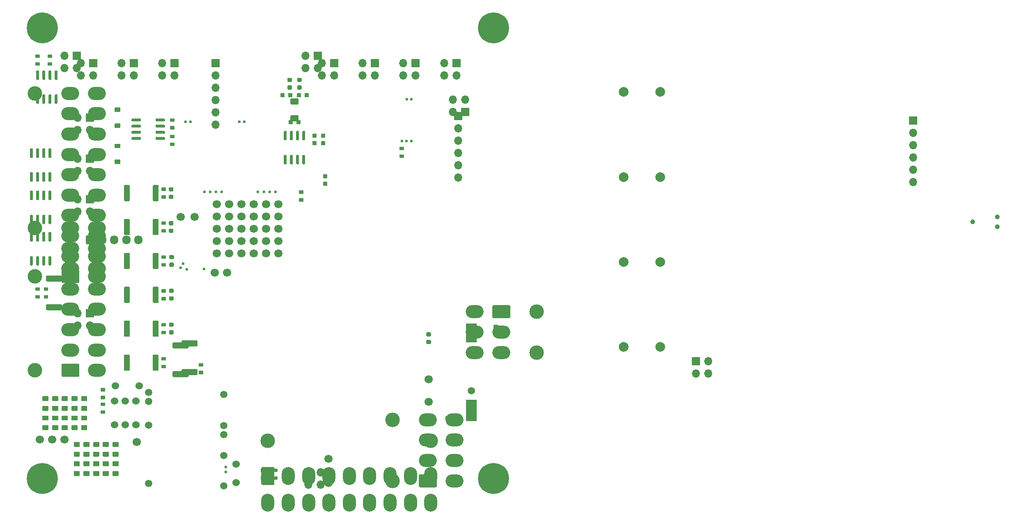
<source format=gbs>
G04 #@! TF.GenerationSoftware,KiCad,Pcbnew,8.0.9-8.0.9-0~ubuntu24.04.1*
G04 #@! TF.CreationDate,2025-12-27T20:23:21+00:00*
G04 #@! TF.ProjectId,uaefi,75616566-692e-46b6-9963-61645f706362,E*
G04 #@! TF.SameCoordinates,Original*
G04 #@! TF.FileFunction,Soldermask,Bot*
G04 #@! TF.FilePolarity,Negative*
%FSLAX46Y46*%
G04 Gerber Fmt 4.6, Leading zero omitted, Abs format (unit mm)*
G04 Created by KiCad (PCBNEW 8.0.9-8.0.9-0~ubuntu24.04.1) date 2025-12-27 20:23:21*
%MOMM*%
%LPD*%
G01*
G04 APERTURE LIST*
%ADD10O,1.700000X1.850000*%
%ADD11R,1.700000X1.700000*%
%ADD12O,1.700000X1.700000*%
%ADD13C,1.700000*%
%ADD14C,2.000000*%
%ADD15C,0.800000*%
%ADD16C,6.400000*%
%ADD17C,1.524000*%
%ADD18C,3.000000*%
%ADD19O,3.700000X2.700000*%
%ADD20C,0.600000*%
%ADD21C,1.500000*%
%ADD22C,0.599999*%
%ADD23C,0.990600*%
%ADD24O,2.700000X3.700000*%
%ADD25R,2.299995X4.399991*%
%ADD26R,2.299995X3.999992*%
G04 APERTURE END LIST*
G04 #@! TO.C,J21*
G36*
G01*
X12465000Y52075000D02*
X12465000Y53425000D01*
G75*
G02*
X12715000Y53675000I250000J0D01*
G01*
X13915000Y53675000D01*
G75*
G02*
X14165000Y53425000I0J-250000D01*
G01*
X14165000Y52075000D01*
G75*
G02*
X13915000Y51825000I-250000J0D01*
G01*
X12715000Y51825000D01*
G75*
G02*
X12465000Y52075000I0J250000D01*
G01*
G37*
D10*
X15815000Y52750000D03*
X18315000Y52750000D03*
X20815000Y52750000D03*
X23315000Y52750000D03*
G04 #@! TD*
D11*
G04 #@! TO.C,J10*
X60300000Y90725000D03*
D12*
X57760000Y90725000D03*
X60300000Y88185000D03*
X57760000Y88185000D03*
G04 #@! TD*
D13*
G04 #@! TO.C,P8*
X83200000Y19300000D03*
G04 #@! TD*
D11*
G04 #@! TO.C,J20*
X13315000Y61150000D03*
D12*
X10775000Y61150000D03*
X13315000Y58610000D03*
X10775000Y58610000D03*
G04 #@! TD*
D14*
G04 #@! TO.C,C121*
X123390000Y65730000D03*
X130890000Y65730000D03*
G04 #@! TD*
D13*
G04 #@! TO.C,P5*
X41600000Y46000000D03*
G04 #@! TD*
D11*
G04 #@! TO.C,J2*
X10600000Y90725000D03*
D12*
X8060000Y90725000D03*
X10600000Y88185000D03*
X8060000Y88185000D03*
G04 #@! TD*
D11*
G04 #@! TO.C,J17*
X39190000Y89225000D03*
D12*
X39190000Y86685000D03*
X39190000Y84145000D03*
X39190000Y81605000D03*
X39190000Y79065000D03*
X39190000Y76525000D03*
G04 #@! TD*
D13*
G04 #@! TO.C,P1*
X32000000Y57500000D03*
G04 #@! TD*
G04 #@! TO.C,P2*
X34900000Y57500000D03*
G04 #@! TD*
D14*
G04 #@! TO.C,C130*
X123390000Y30630000D03*
X130890000Y30630000D03*
G04 #@! TD*
D13*
G04 #@! TO.C,P15*
X5540000Y11500000D03*
G04 #@! TD*
D15*
G04 #@! TO.C,H1*
X1100000Y96500000D03*
X1802944Y98197056D03*
X1802944Y94802944D03*
X3500000Y98900000D03*
D16*
X3500000Y96500000D03*
D15*
X3500000Y94100000D03*
X5197056Y98197056D03*
X5197056Y94802944D03*
X5900000Y96500000D03*
G04 #@! TD*
G04 #@! TO.C,H4*
X94100000Y96500000D03*
X94802944Y98197056D03*
X94802944Y94802944D03*
X96500000Y98900000D03*
D16*
X96500000Y96500000D03*
D15*
X96500000Y94100000D03*
X98197056Y98197056D03*
X98197056Y94802944D03*
X98900000Y96500000D03*
G04 #@! TD*
D17*
G04 #@! TO.C,F4*
X18400000Y19450000D03*
X18400000Y14550000D03*
G04 #@! TD*
D18*
G04 #@! TO.C,J7*
X75700000Y3000000D03*
X75700000Y15600000D03*
G36*
G01*
X84599999Y1650000D02*
X81400001Y1650000D01*
G75*
G02*
X81150000Y1900001I0J250001D01*
G01*
X81150000Y4099999D01*
G75*
G02*
X81400001Y4350000I250001J0D01*
G01*
X84599999Y4350000D01*
G75*
G02*
X84850000Y4099999I0J-250001D01*
G01*
X84850000Y1900001D01*
G75*
G02*
X84599999Y1650000I-250001J0D01*
G01*
G37*
D19*
X83000000Y7200000D03*
X83000000Y11400000D03*
X83000000Y15600000D03*
X88500000Y3000000D03*
X88500000Y7200000D03*
X88500000Y11400000D03*
X88500000Y15600000D03*
G04 #@! TD*
D13*
G04 #@! TO.C,P4*
X62500000Y7500000D03*
G04 #@! TD*
D14*
G04 #@! TO.C,C128*
X123390000Y48180000D03*
X130890000Y48180000D03*
G04 #@! TD*
D15*
G04 #@! TO.C,H2*
X1100000Y3500000D03*
X1802944Y5197056D03*
X1802944Y1802944D03*
X3500000Y5900000D03*
D16*
X3500000Y3500000D03*
D15*
X3500000Y1100000D03*
X5197056Y5197056D03*
X5197056Y1802944D03*
X5900000Y3500000D03*
G04 #@! TD*
D20*
G04 #@! TO.C,M3*
X49175000Y62675000D03*
X47975000Y62675000D03*
X50375000Y62675000D03*
X51575000Y62675000D03*
X45115000Y77100000D03*
X44115000Y77100000D03*
G04 #@! TD*
D13*
G04 #@! TO.C,P17*
X3000000Y11500000D03*
G04 #@! TD*
D11*
G04 #@! TO.C,J8*
X58375000Y4700000D03*
D12*
X58375000Y2160000D03*
X60915000Y4700000D03*
X60915000Y2160000D03*
G04 #@! TD*
D11*
G04 #@! TO.C,J25*
X138240000Y27680000D03*
D12*
X140780000Y27680000D03*
X138240000Y25140000D03*
X140780000Y25140000D03*
G04 #@! TD*
D17*
G04 #@! TO.C,F3*
X20600000Y19450000D03*
X20600000Y14550000D03*
G04 #@! TD*
D20*
G04 #@! TO.C,M2*
X79574999Y73125000D03*
X78624999Y73125000D03*
X77675001Y73125000D03*
X78674999Y81825000D03*
X79574999Y81825000D03*
G04 #@! TD*
D13*
G04 #@! TO.C,P18*
X23000000Y11000000D03*
G04 #@! TD*
D14*
G04 #@! TO.C,C114*
X123390000Y83280000D03*
X130890000Y83280000D03*
G04 #@! TD*
D21*
G04 #@! TO.C,M1*
X40874995Y20824999D03*
X40874995Y14425002D03*
X40874995Y12524999D03*
X40874995Y8224999D03*
D20*
X41324994Y5825002D03*
X41324994Y4825001D03*
D21*
X40874995Y1974999D03*
X25374998Y21275001D03*
X25374998Y19425002D03*
X25374998Y14474999D03*
X25374998Y2425001D03*
G04 #@! TD*
D13*
G04 #@! TO.C,P6*
X39060000Y46000000D03*
G04 #@! TD*
D22*
G04 #@! TO.C,M7*
X31999999Y46975001D03*
X32524999Y47850003D03*
X33274997Y46674999D03*
X36824998Y46750002D03*
G04 #@! TD*
D11*
G04 #@! TO.C,J28*
X183080000Y77380000D03*
D12*
X183080000Y74840000D03*
X183080000Y72300000D03*
X183080000Y69760000D03*
X183080000Y67220000D03*
X183080000Y64680000D03*
G04 #@! TD*
D11*
G04 #@! TO.C,J11*
X80490000Y89225000D03*
D12*
X77950000Y89225000D03*
X80490000Y86685000D03*
X77950000Y86685000D03*
G04 #@! TD*
D18*
G04 #@! TO.C,J5*
X1975000Y45200000D03*
X1975000Y83000000D03*
G36*
G01*
X10874999Y43850000D02*
X7675001Y43850000D01*
G75*
G02*
X7425000Y44100001I0J250001D01*
G01*
X7425000Y46299999D01*
G75*
G02*
X7675001Y46550000I250001J0D01*
G01*
X10874999Y46550000D01*
G75*
G02*
X11125000Y46299999I0J-250001D01*
G01*
X11125000Y44100001D01*
G75*
G02*
X10874999Y43850000I-250001J0D01*
G01*
G37*
D19*
X9275000Y49400000D03*
X9275000Y53600000D03*
X9275000Y57800000D03*
X9275000Y62000000D03*
X9275000Y66200000D03*
X9275000Y70400000D03*
X9275000Y74600000D03*
X9275000Y78800000D03*
X9275000Y83000000D03*
X14775000Y45200000D03*
X14775000Y49400000D03*
X14775000Y53600000D03*
X14775000Y57800000D03*
X14775000Y62000000D03*
X14775000Y66200000D03*
X14775000Y70400000D03*
X14775000Y74600000D03*
X14775000Y78800000D03*
X14775000Y83000000D03*
G04 #@! TD*
D11*
G04 #@! TO.C,J1*
X88890000Y89225000D03*
D12*
X86350000Y89225000D03*
X88890000Y86685000D03*
X86350000Y86685000D03*
G04 #@! TD*
D11*
G04 #@! TO.C,J3*
X90725000Y79200000D03*
D12*
X90725000Y81740000D03*
X88185000Y79200000D03*
X88185000Y81740000D03*
G04 #@! TD*
D11*
G04 #@! TO.C,J16*
X30790000Y89225000D03*
D12*
X28250000Y89225000D03*
X30790000Y86685000D03*
X28250000Y86685000D03*
G04 #@! TD*
D17*
G04 #@! TO.C,F1*
X22800000Y19450000D03*
X22800000Y14550000D03*
G04 #@! TD*
D13*
G04 #@! TO.C,G3*
X39500000Y49960000D03*
X39500000Y52500000D03*
X39500000Y55040000D03*
X39500000Y57580000D03*
X39500000Y60120000D03*
X42040000Y49960000D03*
X42040000Y52500000D03*
X42040000Y55040000D03*
X42040000Y57580000D03*
X42040000Y60120000D03*
X44580000Y49960000D03*
X44580000Y52500000D03*
X44580000Y55040000D03*
X44580000Y57580000D03*
X44580000Y60120000D03*
G04 #@! TD*
G04 #@! TO.C,P3*
X62500000Y2500000D03*
G04 #@! TD*
D17*
G04 #@! TO.C,R4*
X43474609Y6474609D03*
X43474609Y2664609D03*
G04 #@! TD*
D11*
G04 #@! TO.C,J24*
X89265000Y78350000D03*
D12*
X89265000Y75810000D03*
X89265000Y73270000D03*
X89265000Y70730000D03*
X89265000Y68190000D03*
X89265000Y65650000D03*
G04 #@! TD*
D18*
G04 #@! TO.C,J4*
X1975000Y25800000D03*
X1975000Y55200000D03*
G36*
G01*
X10874999Y24450000D02*
X7675001Y24450000D01*
G75*
G02*
X7425000Y24700001I0J250001D01*
G01*
X7425000Y26899999D01*
G75*
G02*
X7675001Y27150000I250001J0D01*
G01*
X10874999Y27150000D01*
G75*
G02*
X11125000Y26899999I0J-250001D01*
G01*
X11125000Y24700001D01*
G75*
G02*
X10874999Y24450000I-250001J0D01*
G01*
G37*
D19*
X9275000Y30000000D03*
X9275000Y34200000D03*
X9275000Y38400000D03*
X9275000Y42600000D03*
X9275000Y46800000D03*
X9275000Y51000000D03*
X9275000Y55200000D03*
X14775000Y25800000D03*
X14775000Y30000000D03*
X14775000Y34200000D03*
X14775000Y38400000D03*
X14775000Y42600000D03*
X14775000Y46800000D03*
X14775000Y51000000D03*
X14775000Y55200000D03*
G04 #@! TD*
D13*
G04 #@! TO.C,P7*
X83200000Y24000000D03*
G04 #@! TD*
D11*
G04 #@! TO.C,J13*
X63690000Y89225000D03*
D12*
X61150000Y89225000D03*
X63690000Y86685000D03*
X61150000Y86685000D03*
G04 #@! TD*
D23*
G04 #@! TO.C,J27*
X195340000Y56480000D03*
X200420000Y57496000D03*
X200420000Y55464000D03*
G04 #@! TD*
D18*
G04 #@! TO.C,J9*
X50000000Y11300000D03*
X83600000Y11300000D03*
G36*
G01*
X48650000Y2400001D02*
X48650000Y5599999D01*
G75*
G02*
X48900001Y5850000I250001J0D01*
G01*
X51099999Y5850000D01*
G75*
G02*
X51350000Y5599999I0J-250001D01*
G01*
X51350000Y2400001D01*
G75*
G02*
X51099999Y2150000I-250001J0D01*
G01*
X48900001Y2150000D01*
G75*
G02*
X48650000Y2400001I0J250001D01*
G01*
G37*
D24*
X54200000Y4000000D03*
X58400000Y4000000D03*
X62600000Y4000000D03*
X66800000Y4000000D03*
X71000000Y4000000D03*
X75200000Y4000000D03*
X79400000Y4000000D03*
X83600000Y4000000D03*
X50000000Y-1500000D03*
X54200000Y-1500000D03*
X58400000Y-1500000D03*
X62600000Y-1500000D03*
X66800000Y-1500000D03*
X71000000Y-1500000D03*
X75200000Y-1500000D03*
X79400000Y-1500000D03*
X83600000Y-1500000D03*
G04 #@! TD*
D15*
G04 #@! TO.C,H3*
X94100000Y3500000D03*
X94802944Y5197056D03*
X94802944Y1802944D03*
X96500000Y5900000D03*
D16*
X96500000Y3500000D03*
D15*
X96500000Y1100000D03*
X98197056Y5197056D03*
X98197056Y1802944D03*
X98900000Y3500000D03*
G04 #@! TD*
D20*
G04 #@! TO.C,M4*
X38125000Y62675000D03*
X36925000Y62675000D03*
X39325000Y62675000D03*
X40525000Y62675000D03*
X34065000Y77100000D03*
X33065000Y77100000D03*
G04 #@! TD*
D11*
G04 #@! TO.C,J14*
X13990000Y89225000D03*
D12*
X11450000Y89225000D03*
X13990000Y86685000D03*
X11450000Y86685000D03*
G04 #@! TD*
D11*
G04 #@! TO.C,J18*
X13315000Y77950000D03*
D12*
X10775000Y77950000D03*
X13315000Y75410000D03*
X10775000Y75410000D03*
G04 #@! TD*
D17*
G04 #@! TO.C,F2*
X18550000Y22600000D03*
X23450000Y22600000D03*
G04 #@! TD*
D11*
G04 #@! TO.C,J15*
X22390000Y89225000D03*
D12*
X19850000Y89225000D03*
X22390000Y86685000D03*
X19850000Y86685000D03*
G04 #@! TD*
D18*
G04 #@! TO.C,J6*
X105450000Y37900000D03*
X105450000Y29500000D03*
G36*
G01*
X96550001Y39250000D02*
X99749999Y39250000D01*
G75*
G02*
X100000000Y38999999I0J-250001D01*
G01*
X100000000Y36800001D01*
G75*
G02*
X99749999Y36550000I-250001J0D01*
G01*
X96550001Y36550000D01*
G75*
G02*
X96300000Y36800001I0J250001D01*
G01*
X96300000Y38999999D01*
G75*
G02*
X96550001Y39250000I250001J0D01*
G01*
G37*
D19*
X98150000Y33700000D03*
X98150000Y29500000D03*
X92650000Y37900000D03*
X92650000Y33700000D03*
X92650000Y29500000D03*
G04 #@! TD*
D11*
G04 #@! TO.C,J19*
X13315000Y69550000D03*
D12*
X10775000Y69550000D03*
X13315000Y67010000D03*
X10775000Y67010000D03*
G04 #@! TD*
D11*
G04 #@! TO.C,J22*
X13315000Y37550000D03*
D12*
X10775000Y37550000D03*
X13315000Y35010000D03*
X10775000Y35010000D03*
G04 #@! TD*
D11*
G04 #@! TO.C,J12*
X72090000Y89225000D03*
D12*
X69550000Y89225000D03*
X72090000Y86685000D03*
X69550000Y86685000D03*
G04 #@! TD*
D13*
G04 #@! TO.C,P16*
X8080000Y11500000D03*
G04 #@! TD*
G04 #@! TO.C,G4*
X47120000Y49960000D03*
X47120000Y52500000D03*
X47120000Y55040000D03*
X47120000Y57580000D03*
X47120000Y60120000D03*
X49660000Y49960000D03*
X49660000Y52500000D03*
X49660000Y55040000D03*
X49660000Y57580000D03*
X49660000Y60120000D03*
X52200000Y49960000D03*
X52200000Y52500000D03*
X52200000Y55040000D03*
X52200000Y57580000D03*
X52200000Y60120000D03*
G04 #@! TD*
G04 #@! TO.C,D8*
G36*
G01*
X54900000Y81982023D02*
X56100000Y81982023D01*
G75*
G02*
X56350000Y81732023I0J-250000D01*
G01*
X56350000Y80932023D01*
G75*
G02*
X56100000Y80682023I-250000J0D01*
G01*
X54900000Y80682023D01*
G75*
G02*
X54650000Y80932023I0J250000D01*
G01*
X54650000Y81732023D01*
G75*
G02*
X54900000Y81982023I250000J0D01*
G01*
G37*
G36*
G01*
X54900000Y78482023D02*
X56100000Y78482023D01*
G75*
G02*
X56350000Y78232023I0J-250000D01*
G01*
X56350000Y77432023D01*
G75*
G02*
X56100000Y77182023I-250000J0D01*
G01*
X54900000Y77182023D01*
G75*
G02*
X54650000Y77432023I0J250000D01*
G01*
X54650000Y78232023D01*
G75*
G02*
X54900000Y78482023I250000J0D01*
G01*
G37*
G04 #@! TD*
G04 #@! TO.C,C10*
G36*
G01*
X12650000Y13460000D02*
X11600000Y13460000D01*
G75*
G02*
X11500000Y13560000I0J100000D01*
G01*
X11500000Y14360000D01*
G75*
G02*
X11600000Y14460000I100000J0D01*
G01*
X12650000Y14460000D01*
G75*
G02*
X12750000Y14360000I0J-100000D01*
G01*
X12750000Y13560000D01*
G75*
G02*
X12650000Y13460000I-100000J0D01*
G01*
G37*
G36*
G01*
X12650000Y15460000D02*
X11600000Y15460000D01*
G75*
G02*
X11500000Y15560000I0J100000D01*
G01*
X11500000Y16360000D01*
G75*
G02*
X11600000Y16460000I100000J0D01*
G01*
X12650000Y16460000D01*
G75*
G02*
X12750000Y16360000I0J-100000D01*
G01*
X12750000Y15560000D01*
G75*
G02*
X12650000Y15460000I-100000J0D01*
G01*
G37*
G04 #@! TD*
G04 #@! TO.C,C27*
G36*
G01*
X61460000Y66315001D02*
X62140000Y66315001D01*
G75*
G02*
X62225000Y66230001I0J-85000D01*
G01*
X62225000Y65550001D01*
G75*
G02*
X62140000Y65465001I-85000J0D01*
G01*
X61460000Y65465001D01*
G75*
G02*
X61375000Y65550001I0J85000D01*
G01*
X61375000Y66230001D01*
G75*
G02*
X61460000Y66315001I85000J0D01*
G01*
G37*
G36*
G01*
X61460000Y64734999D02*
X62140000Y64734999D01*
G75*
G02*
X62225000Y64649999I0J-85000D01*
G01*
X62225000Y63969999D01*
G75*
G02*
X62140000Y63884999I-85000J0D01*
G01*
X61460000Y63884999D01*
G75*
G02*
X61375000Y63969999I0J85000D01*
G01*
X61375000Y64649999D01*
G75*
G02*
X61460000Y64734999I85000J0D01*
G01*
G37*
G04 #@! TD*
G04 #@! TO.C,D4*
G36*
G01*
X19510000Y75900000D02*
X18490000Y75900000D01*
G75*
G02*
X18400000Y75990000I0J90000D01*
G01*
X18400000Y76710000D01*
G75*
G02*
X18490000Y76800000I90000J0D01*
G01*
X19510000Y76800000D01*
G75*
G02*
X19600000Y76710000I0J-90000D01*
G01*
X19600000Y75990000D01*
G75*
G02*
X19510000Y75900000I-90000J0D01*
G01*
G37*
G36*
G01*
X19510000Y79200000D02*
X18490000Y79200000D01*
G75*
G02*
X18400000Y79290000I0J90000D01*
G01*
X18400000Y80010000D01*
G75*
G02*
X18490000Y80100000I90000J0D01*
G01*
X19510000Y80100000D01*
G75*
G02*
X19600000Y80010000I0J-90000D01*
G01*
X19600000Y79290000D01*
G75*
G02*
X19510000Y79200000I-90000J0D01*
G01*
G37*
G04 #@! TD*
D21*
G04 #@! TO.C,BT1*
X92000000Y21600142D03*
X92000000Y29100000D03*
D25*
X92000000Y17500048D03*
D26*
X92000000Y33500067D03*
G04 #@! TD*
G04 #@! TO.C,U10*
G36*
G01*
X1095000Y62900000D02*
X1395000Y62900000D01*
G75*
G02*
X1545000Y62750000I0J-150000D01*
G01*
X1545000Y61100000D01*
G75*
G02*
X1395000Y60950000I-150000J0D01*
G01*
X1095000Y60950000D01*
G75*
G02*
X945000Y61100000I0J150000D01*
G01*
X945000Y62750000D01*
G75*
G02*
X1095000Y62900000I150000J0D01*
G01*
G37*
G36*
G01*
X2365000Y62900000D02*
X2665000Y62900000D01*
G75*
G02*
X2815000Y62750000I0J-150000D01*
G01*
X2815000Y61100000D01*
G75*
G02*
X2665000Y60950000I-150000J0D01*
G01*
X2365000Y60950000D01*
G75*
G02*
X2215000Y61100000I0J150000D01*
G01*
X2215000Y62750000D01*
G75*
G02*
X2365000Y62900000I150000J0D01*
G01*
G37*
G36*
G01*
X3635000Y62900000D02*
X3935000Y62900000D01*
G75*
G02*
X4085000Y62750000I0J-150000D01*
G01*
X4085000Y61100000D01*
G75*
G02*
X3935000Y60950000I-150000J0D01*
G01*
X3635000Y60950000D01*
G75*
G02*
X3485000Y61100000I0J150000D01*
G01*
X3485000Y62750000D01*
G75*
G02*
X3635000Y62900000I150000J0D01*
G01*
G37*
G36*
G01*
X4905000Y62900000D02*
X5205000Y62900000D01*
G75*
G02*
X5355000Y62750000I0J-150000D01*
G01*
X5355000Y61100000D01*
G75*
G02*
X5205000Y60950000I-150000J0D01*
G01*
X4905000Y60950000D01*
G75*
G02*
X4755000Y61100000I0J150000D01*
G01*
X4755000Y62750000D01*
G75*
G02*
X4905000Y62900000I150000J0D01*
G01*
G37*
G36*
G01*
X4905000Y57950000D02*
X5205000Y57950000D01*
G75*
G02*
X5355000Y57800000I0J-150000D01*
G01*
X5355000Y56150000D01*
G75*
G02*
X5205000Y56000000I-150000J0D01*
G01*
X4905000Y56000000D01*
G75*
G02*
X4755000Y56150000I0J150000D01*
G01*
X4755000Y57800000D01*
G75*
G02*
X4905000Y57950000I150000J0D01*
G01*
G37*
G36*
G01*
X3635000Y57950000D02*
X3935000Y57950000D01*
G75*
G02*
X4085000Y57800000I0J-150000D01*
G01*
X4085000Y56150000D01*
G75*
G02*
X3935000Y56000000I-150000J0D01*
G01*
X3635000Y56000000D01*
G75*
G02*
X3485000Y56150000I0J150000D01*
G01*
X3485000Y57800000D01*
G75*
G02*
X3635000Y57950000I150000J0D01*
G01*
G37*
G36*
G01*
X2365000Y57950000D02*
X2665000Y57950000D01*
G75*
G02*
X2815000Y57800000I0J-150000D01*
G01*
X2815000Y56150000D01*
G75*
G02*
X2665000Y56000000I-150000J0D01*
G01*
X2365000Y56000000D01*
G75*
G02*
X2215000Y56150000I0J150000D01*
G01*
X2215000Y57800000D01*
G75*
G02*
X2365000Y57950000I150000J0D01*
G01*
G37*
G36*
G01*
X1095000Y57950000D02*
X1395000Y57950000D01*
G75*
G02*
X1545000Y57800000I0J-150000D01*
G01*
X1545000Y56150000D01*
G75*
G02*
X1395000Y56000000I-150000J0D01*
G01*
X1095000Y56000000D01*
G75*
G02*
X945000Y56150000I0J150000D01*
G01*
X945000Y57800000D01*
G75*
G02*
X1095000Y57950000I150000J0D01*
G01*
G37*
G04 #@! TD*
G04 #@! TO.C,R31*
G36*
G01*
X2940000Y40650000D02*
X2160000Y40650000D01*
G75*
G02*
X2090000Y40720000I0J70000D01*
G01*
X2090000Y41280000D01*
G75*
G02*
X2160000Y41350000I70000J0D01*
G01*
X2940000Y41350000D01*
G75*
G02*
X3010000Y41280000I0J-70000D01*
G01*
X3010000Y40720000D01*
G75*
G02*
X2940000Y40650000I-70000J0D01*
G01*
G37*
G36*
G01*
X2940000Y42250000D02*
X2160000Y42250000D01*
G75*
G02*
X2090000Y42320000I0J70000D01*
G01*
X2090000Y42880000D01*
G75*
G02*
X2160000Y42950000I70000J0D01*
G01*
X2940000Y42950000D01*
G75*
G02*
X3010000Y42880000I0J-70000D01*
G01*
X3010000Y42320000D01*
G75*
G02*
X2940000Y42250000I-70000J0D01*
G01*
G37*
G04 #@! TD*
G04 #@! TO.C,C30*
G36*
G01*
X58405002Y82940000D02*
X58405002Y82260000D01*
G75*
G02*
X58320002Y82175000I-85000J0D01*
G01*
X57640002Y82175000D01*
G75*
G02*
X57555002Y82260000I0J85000D01*
G01*
X57555002Y82940000D01*
G75*
G02*
X57640002Y83025000I85000J0D01*
G01*
X58320002Y83025000D01*
G75*
G02*
X58405002Y82940000I0J-85000D01*
G01*
G37*
G36*
G01*
X56825000Y82940000D02*
X56825000Y82260000D01*
G75*
G02*
X56740000Y82175000I-85000J0D01*
G01*
X56060000Y82175000D01*
G75*
G02*
X55975000Y82260000I0J85000D01*
G01*
X55975000Y82940000D01*
G75*
G02*
X56060000Y83025000I85000J0D01*
G01*
X56740000Y83025000D01*
G75*
G02*
X56825000Y82940000I0J-85000D01*
G01*
G37*
G04 #@! TD*
G04 #@! TO.C,C7*
G36*
G01*
X6650000Y13460000D02*
X5600000Y13460000D01*
G75*
G02*
X5500000Y13560000I0J100000D01*
G01*
X5500000Y14360000D01*
G75*
G02*
X5600000Y14460000I100000J0D01*
G01*
X6650000Y14460000D01*
G75*
G02*
X6750000Y14360000I0J-100000D01*
G01*
X6750000Y13560000D01*
G75*
G02*
X6650000Y13460000I-100000J0D01*
G01*
G37*
G36*
G01*
X6650000Y15460000D02*
X5600000Y15460000D01*
G75*
G02*
X5500000Y15560000I0J100000D01*
G01*
X5500000Y16360000D01*
G75*
G02*
X5600000Y16460000I100000J0D01*
G01*
X6650000Y16460000D01*
G75*
G02*
X6750000Y16360000I0J-100000D01*
G01*
X6750000Y15560000D01*
G75*
G02*
X6650000Y15460000I-100000J0D01*
G01*
G37*
G04 #@! TD*
G04 #@! TO.C,C33*
G36*
G01*
X96660000Y35215001D02*
X97340000Y35215001D01*
G75*
G02*
X97425000Y35130001I0J-85000D01*
G01*
X97425000Y34450001D01*
G75*
G02*
X97340000Y34365001I-85000J0D01*
G01*
X96660000Y34365001D01*
G75*
G02*
X96575000Y34450001I0J85000D01*
G01*
X96575000Y35130001D01*
G75*
G02*
X96660000Y35215001I85000J0D01*
G01*
G37*
G36*
G01*
X96660000Y33634999D02*
X97340000Y33634999D01*
G75*
G02*
X97425000Y33549999I0J-85000D01*
G01*
X97425000Y32869999D01*
G75*
G02*
X97340000Y32784999I-85000J0D01*
G01*
X96660000Y32784999D01*
G75*
G02*
X96575000Y32869999I0J85000D01*
G01*
X96575000Y33549999D01*
G75*
G02*
X96660000Y33634999I85000J0D01*
G01*
G37*
G04 #@! TD*
G04 #@! TO.C,C29*
G36*
G01*
X54284999Y76742023D02*
X54284999Y77422023D01*
G75*
G02*
X54369999Y77507023I85000J0D01*
G01*
X55049999Y77507023D01*
G75*
G02*
X55134999Y77422023I0J-85000D01*
G01*
X55134999Y76742023D01*
G75*
G02*
X55049999Y76657023I-85000J0D01*
G01*
X54369999Y76657023D01*
G75*
G02*
X54284999Y76742023I0J85000D01*
G01*
G37*
G36*
G01*
X55865001Y76742023D02*
X55865001Y77422023D01*
G75*
G02*
X55950001Y77507023I85000J0D01*
G01*
X56630001Y77507023D01*
G75*
G02*
X56715001Y77422023I0J-85000D01*
G01*
X56715001Y76742023D01*
G75*
G02*
X56630001Y76657023I-85000J0D01*
G01*
X55950001Y76657023D01*
G75*
G02*
X55865001Y76742023I0J85000D01*
G01*
G37*
G04 #@! TD*
G04 #@! TO.C,R34*
G36*
G01*
X7325000Y38225000D02*
X4475000Y38225000D01*
G75*
G02*
X4225000Y38475000I0J250000D01*
G01*
X4225000Y39200000D01*
G75*
G02*
X4475000Y39450000I250000J0D01*
G01*
X7325000Y39450000D01*
G75*
G02*
X7575000Y39200000I0J-250000D01*
G01*
X7575000Y38475000D01*
G75*
G02*
X7325000Y38225000I-250000J0D01*
G01*
G37*
G36*
G01*
X7325000Y44150000D02*
X4475000Y44150000D01*
G75*
G02*
X4225000Y44400000I0J250000D01*
G01*
X4225000Y45125000D01*
G75*
G02*
X4475000Y45375000I250000J0D01*
G01*
X7325000Y45375000D01*
G75*
G02*
X7575000Y45125000I0J-250000D01*
G01*
X7575000Y44400000D01*
G75*
G02*
X7325000Y44150000I-250000J0D01*
G01*
G37*
G04 #@! TD*
G04 #@! TO.C,C17*
G36*
G01*
X16075000Y11000000D02*
X17125000Y11000000D01*
G75*
G02*
X17225000Y10900000I0J-100000D01*
G01*
X17225000Y10100000D01*
G75*
G02*
X17125000Y10000000I-100000J0D01*
G01*
X16075000Y10000000D01*
G75*
G02*
X15975000Y10100000I0J100000D01*
G01*
X15975000Y10900000D01*
G75*
G02*
X16075000Y11000000I100000J0D01*
G01*
G37*
G36*
G01*
X16075000Y9000000D02*
X17125000Y9000000D01*
G75*
G02*
X17225000Y8900000I0J-100000D01*
G01*
X17225000Y8100000D01*
G75*
G02*
X17125000Y8000000I-100000J0D01*
G01*
X16075000Y8000000D01*
G75*
G02*
X15975000Y8100000I0J100000D01*
G01*
X15975000Y8900000D01*
G75*
G02*
X16075000Y9000000I100000J0D01*
G01*
G37*
G04 #@! TD*
G04 #@! TO.C,R20*
G36*
G01*
X27475000Y63825000D02*
X27475000Y60975000D01*
G75*
G02*
X27225000Y60725000I-250000J0D01*
G01*
X26500000Y60725000D01*
G75*
G02*
X26250000Y60975000I0J250000D01*
G01*
X26250000Y63825000D01*
G75*
G02*
X26500000Y64075000I250000J0D01*
G01*
X27225000Y64075000D01*
G75*
G02*
X27475000Y63825000I0J-250000D01*
G01*
G37*
G36*
G01*
X21550000Y63825000D02*
X21550000Y60975000D01*
G75*
G02*
X21300000Y60725000I-250000J0D01*
G01*
X20575000Y60725000D01*
G75*
G02*
X20325000Y60975000I0J250000D01*
G01*
X20325000Y63825000D01*
G75*
G02*
X20575000Y64075000I250000J0D01*
G01*
X21300000Y64075000D01*
G75*
G02*
X21550000Y63825000I0J-250000D01*
G01*
G37*
G04 #@! TD*
G04 #@! TO.C,C3*
G36*
G01*
X7600000Y20460000D02*
X8650000Y20460000D01*
G75*
G02*
X8750000Y20360000I0J-100000D01*
G01*
X8750000Y19560000D01*
G75*
G02*
X8650000Y19460000I-100000J0D01*
G01*
X7600000Y19460000D01*
G75*
G02*
X7500000Y19560000I0J100000D01*
G01*
X7500000Y20360000D01*
G75*
G02*
X7600000Y20460000I100000J0D01*
G01*
G37*
G36*
G01*
X7600000Y18460000D02*
X8650000Y18460000D01*
G75*
G02*
X8750000Y18360000I0J-100000D01*
G01*
X8750000Y17560000D01*
G75*
G02*
X8650000Y17460000I-100000J0D01*
G01*
X7600000Y17460000D01*
G75*
G02*
X7500000Y17560000I0J100000D01*
G01*
X7500000Y18360000D01*
G75*
G02*
X7600000Y18460000I100000J0D01*
G01*
G37*
G04 #@! TD*
G04 #@! TO.C,C23*
G36*
G01*
X19125000Y4000000D02*
X18075000Y4000000D01*
G75*
G02*
X17975000Y4100000I0J100000D01*
G01*
X17975000Y4900000D01*
G75*
G02*
X18075000Y5000000I100000J0D01*
G01*
X19125000Y5000000D01*
G75*
G02*
X19225000Y4900000I0J-100000D01*
G01*
X19225000Y4100000D01*
G75*
G02*
X19125000Y4000000I-100000J0D01*
G01*
G37*
G36*
G01*
X19125000Y6000000D02*
X18075000Y6000000D01*
G75*
G02*
X17975000Y6100000I0J100000D01*
G01*
X17975000Y6900000D01*
G75*
G02*
X18075000Y7000000I100000J0D01*
G01*
X19125000Y7000000D01*
G75*
G02*
X19225000Y6900000I0J-100000D01*
G01*
X19225000Y6100000D01*
G75*
G02*
X19125000Y6000000I-100000J0D01*
G01*
G37*
G04 #@! TD*
G04 #@! TO.C,U4*
G36*
G01*
X53445000Y75250000D02*
X53745000Y75250000D01*
G75*
G02*
X53895000Y75100000I0J-150000D01*
G01*
X53895000Y73450000D01*
G75*
G02*
X53745000Y73300000I-150000J0D01*
G01*
X53445000Y73300000D01*
G75*
G02*
X53295000Y73450000I0J150000D01*
G01*
X53295000Y75100000D01*
G75*
G02*
X53445000Y75250000I150000J0D01*
G01*
G37*
G36*
G01*
X54715000Y75250000D02*
X55015000Y75250000D01*
G75*
G02*
X55165000Y75100000I0J-150000D01*
G01*
X55165000Y73450000D01*
G75*
G02*
X55015000Y73300000I-150000J0D01*
G01*
X54715000Y73300000D01*
G75*
G02*
X54565000Y73450000I0J150000D01*
G01*
X54565000Y75100000D01*
G75*
G02*
X54715000Y75250000I150000J0D01*
G01*
G37*
G36*
G01*
X55985000Y75250000D02*
X56285000Y75250000D01*
G75*
G02*
X56435000Y75100000I0J-150000D01*
G01*
X56435000Y73450000D01*
G75*
G02*
X56285000Y73300000I-150000J0D01*
G01*
X55985000Y73300000D01*
G75*
G02*
X55835000Y73450000I0J150000D01*
G01*
X55835000Y75100000D01*
G75*
G02*
X55985000Y75250000I150000J0D01*
G01*
G37*
G36*
G01*
X57255000Y75250000D02*
X57555000Y75250000D01*
G75*
G02*
X57705000Y75100000I0J-150000D01*
G01*
X57705000Y73450000D01*
G75*
G02*
X57555000Y73300000I-150000J0D01*
G01*
X57255000Y73300000D01*
G75*
G02*
X57105000Y73450000I0J150000D01*
G01*
X57105000Y75100000D01*
G75*
G02*
X57255000Y75250000I150000J0D01*
G01*
G37*
G36*
G01*
X57255000Y70300000D02*
X57555000Y70300000D01*
G75*
G02*
X57705000Y70150000I0J-150000D01*
G01*
X57705000Y68500000D01*
G75*
G02*
X57555000Y68350000I-150000J0D01*
G01*
X57255000Y68350000D01*
G75*
G02*
X57105000Y68500000I0J150000D01*
G01*
X57105000Y70150000D01*
G75*
G02*
X57255000Y70300000I150000J0D01*
G01*
G37*
G36*
G01*
X55985000Y70300000D02*
X56285000Y70300000D01*
G75*
G02*
X56435000Y70150000I0J-150000D01*
G01*
X56435000Y68500000D01*
G75*
G02*
X56285000Y68350000I-150000J0D01*
G01*
X55985000Y68350000D01*
G75*
G02*
X55835000Y68500000I0J150000D01*
G01*
X55835000Y70150000D01*
G75*
G02*
X55985000Y70300000I150000J0D01*
G01*
G37*
G36*
G01*
X54715000Y70300000D02*
X55015000Y70300000D01*
G75*
G02*
X55165000Y70150000I0J-150000D01*
G01*
X55165000Y68500000D01*
G75*
G02*
X55015000Y68350000I-150000J0D01*
G01*
X54715000Y68350000D01*
G75*
G02*
X54565000Y68500000I0J150000D01*
G01*
X54565000Y70150000D01*
G75*
G02*
X54715000Y70300000I150000J0D01*
G01*
G37*
G36*
G01*
X53445000Y70300000D02*
X53745000Y70300000D01*
G75*
G02*
X53895000Y70150000I0J-150000D01*
G01*
X53895000Y68500000D01*
G75*
G02*
X53745000Y68350000I-150000J0D01*
G01*
X53445000Y68350000D01*
G75*
G02*
X53295000Y68500000I0J150000D01*
G01*
X53295000Y70150000D01*
G75*
G02*
X53445000Y70300000I150000J0D01*
G01*
G37*
G04 #@! TD*
G04 #@! TO.C,C1*
G36*
G01*
X3600000Y20460000D02*
X4650000Y20460000D01*
G75*
G02*
X4750000Y20360000I0J-100000D01*
G01*
X4750000Y19560000D01*
G75*
G02*
X4650000Y19460000I-100000J0D01*
G01*
X3600000Y19460000D01*
G75*
G02*
X3500000Y19560000I0J100000D01*
G01*
X3500000Y20360000D01*
G75*
G02*
X3600000Y20460000I100000J0D01*
G01*
G37*
G36*
G01*
X3600000Y18460000D02*
X4650000Y18460000D01*
G75*
G02*
X4750000Y18360000I0J-100000D01*
G01*
X4750000Y17560000D01*
G75*
G02*
X4650000Y17460000I-100000J0D01*
G01*
X3600000Y17460000D01*
G75*
G02*
X3500000Y17560000I0J100000D01*
G01*
X3500000Y18360000D01*
G75*
G02*
X3600000Y18460000I100000J0D01*
G01*
G37*
G04 #@! TD*
G04 #@! TO.C,R26*
G36*
G01*
X27475000Y42825000D02*
X27475000Y39975000D01*
G75*
G02*
X27225000Y39725000I-250000J0D01*
G01*
X26500000Y39725000D01*
G75*
G02*
X26250000Y39975000I0J250000D01*
G01*
X26250000Y42825000D01*
G75*
G02*
X26500000Y43075000I250000J0D01*
G01*
X27225000Y43075000D01*
G75*
G02*
X27475000Y42825000I0J-250000D01*
G01*
G37*
G36*
G01*
X21550000Y42825000D02*
X21550000Y39975000D01*
G75*
G02*
X21300000Y39725000I-250000J0D01*
G01*
X20575000Y39725000D01*
G75*
G02*
X20325000Y39975000I0J250000D01*
G01*
X20325000Y42825000D01*
G75*
G02*
X20575000Y43075000I250000J0D01*
G01*
X21300000Y43075000D01*
G75*
G02*
X21550000Y42825000I0J-250000D01*
G01*
G37*
G04 #@! TD*
G04 #@! TO.C,U11*
G36*
G01*
X1095000Y54350000D02*
X1395000Y54350000D01*
G75*
G02*
X1545000Y54200000I0J-150000D01*
G01*
X1545000Y52550000D01*
G75*
G02*
X1395000Y52400000I-150000J0D01*
G01*
X1095000Y52400000D01*
G75*
G02*
X945000Y52550000I0J150000D01*
G01*
X945000Y54200000D01*
G75*
G02*
X1095000Y54350000I150000J0D01*
G01*
G37*
G36*
G01*
X2365000Y54350000D02*
X2665000Y54350000D01*
G75*
G02*
X2815000Y54200000I0J-150000D01*
G01*
X2815000Y52550000D01*
G75*
G02*
X2665000Y52400000I-150000J0D01*
G01*
X2365000Y52400000D01*
G75*
G02*
X2215000Y52550000I0J150000D01*
G01*
X2215000Y54200000D01*
G75*
G02*
X2365000Y54350000I150000J0D01*
G01*
G37*
G36*
G01*
X3635000Y54350000D02*
X3935000Y54350000D01*
G75*
G02*
X4085000Y54200000I0J-150000D01*
G01*
X4085000Y52550000D01*
G75*
G02*
X3935000Y52400000I-150000J0D01*
G01*
X3635000Y52400000D01*
G75*
G02*
X3485000Y52550000I0J150000D01*
G01*
X3485000Y54200000D01*
G75*
G02*
X3635000Y54350000I150000J0D01*
G01*
G37*
G36*
G01*
X4905000Y54350000D02*
X5205000Y54350000D01*
G75*
G02*
X5355000Y54200000I0J-150000D01*
G01*
X5355000Y52550000D01*
G75*
G02*
X5205000Y52400000I-150000J0D01*
G01*
X4905000Y52400000D01*
G75*
G02*
X4755000Y52550000I0J150000D01*
G01*
X4755000Y54200000D01*
G75*
G02*
X4905000Y54350000I150000J0D01*
G01*
G37*
G36*
G01*
X4905000Y49400000D02*
X5205000Y49400000D01*
G75*
G02*
X5355000Y49250000I0J-150000D01*
G01*
X5355000Y47600000D01*
G75*
G02*
X5205000Y47450000I-150000J0D01*
G01*
X4905000Y47450000D01*
G75*
G02*
X4755000Y47600000I0J150000D01*
G01*
X4755000Y49250000D01*
G75*
G02*
X4905000Y49400000I150000J0D01*
G01*
G37*
G36*
G01*
X3635000Y49400000D02*
X3935000Y49400000D01*
G75*
G02*
X4085000Y49250000I0J-150000D01*
G01*
X4085000Y47600000D01*
G75*
G02*
X3935000Y47450000I-150000J0D01*
G01*
X3635000Y47450000D01*
G75*
G02*
X3485000Y47600000I0J150000D01*
G01*
X3485000Y49250000D01*
G75*
G02*
X3635000Y49400000I150000J0D01*
G01*
G37*
G36*
G01*
X2365000Y49400000D02*
X2665000Y49400000D01*
G75*
G02*
X2815000Y49250000I0J-150000D01*
G01*
X2815000Y47600000D01*
G75*
G02*
X2665000Y47450000I-150000J0D01*
G01*
X2365000Y47450000D01*
G75*
G02*
X2215000Y47600000I0J150000D01*
G01*
X2215000Y49250000D01*
G75*
G02*
X2365000Y49400000I150000J0D01*
G01*
G37*
G36*
G01*
X1095000Y49400000D02*
X1395000Y49400000D01*
G75*
G02*
X1545000Y49250000I0J-150000D01*
G01*
X1545000Y47600000D01*
G75*
G02*
X1395000Y47450000I-150000J0D01*
G01*
X1095000Y47450000D01*
G75*
G02*
X945000Y47600000I0J150000D01*
G01*
X945000Y49250000D01*
G75*
G02*
X1095000Y49400000I150000J0D01*
G01*
G37*
G04 #@! TD*
G04 #@! TO.C,C31*
G36*
G01*
X59940000Y72284999D02*
X59260000Y72284999D01*
G75*
G02*
X59175000Y72369999I0J85000D01*
G01*
X59175000Y73049999D01*
G75*
G02*
X59260000Y73134999I85000J0D01*
G01*
X59940000Y73134999D01*
G75*
G02*
X60025000Y73049999I0J-85000D01*
G01*
X60025000Y72369999D01*
G75*
G02*
X59940000Y72284999I-85000J0D01*
G01*
G37*
G36*
G01*
X59940000Y73865001D02*
X59260000Y73865001D01*
G75*
G02*
X59175000Y73950001I0J85000D01*
G01*
X59175000Y74630001D01*
G75*
G02*
X59260000Y74715001I85000J0D01*
G01*
X59940000Y74715001D01*
G75*
G02*
X60025000Y74630001I0J-85000D01*
G01*
X60025000Y73950001D01*
G75*
G02*
X59940000Y73865001I-85000J0D01*
G01*
G37*
G04 #@! TD*
G04 #@! TO.C,F9*
G36*
G01*
X29843750Y35675000D02*
X30356250Y35675000D01*
G75*
G02*
X30575000Y35456250I0J-218750D01*
G01*
X30575000Y35018750D01*
G75*
G02*
X30356250Y34800000I-218750J0D01*
G01*
X29843750Y34800000D01*
G75*
G02*
X29625000Y35018750I0J218750D01*
G01*
X29625000Y35456250D01*
G75*
G02*
X29843750Y35675000I218750J0D01*
G01*
G37*
G36*
G01*
X29843750Y34100000D02*
X30356250Y34100000D01*
G75*
G02*
X30575000Y33881250I0J-218750D01*
G01*
X30575000Y33443750D01*
G75*
G02*
X30356250Y33225000I-218750J0D01*
G01*
X29843750Y33225000D01*
G75*
G02*
X29625000Y33443750I0J218750D01*
G01*
X29625000Y33881250D01*
G75*
G02*
X29843750Y34100000I218750J0D01*
G01*
G37*
G04 #@! TD*
G04 #@! TO.C,C14*
G36*
G01*
X10075000Y11000000D02*
X11125000Y11000000D01*
G75*
G02*
X11225000Y10900000I0J-100000D01*
G01*
X11225000Y10100000D01*
G75*
G02*
X11125000Y10000000I-100000J0D01*
G01*
X10075000Y10000000D01*
G75*
G02*
X9975000Y10100000I0J100000D01*
G01*
X9975000Y10900000D01*
G75*
G02*
X10075000Y11000000I100000J0D01*
G01*
G37*
G36*
G01*
X10075000Y9000000D02*
X11125000Y9000000D01*
G75*
G02*
X11225000Y8900000I0J-100000D01*
G01*
X11225000Y8100000D01*
G75*
G02*
X11125000Y8000000I-100000J0D01*
G01*
X10075000Y8000000D01*
G75*
G02*
X9975000Y8100000I0J100000D01*
G01*
X9975000Y8900000D01*
G75*
G02*
X10075000Y9000000I100000J0D01*
G01*
G37*
G04 #@! TD*
G04 #@! TO.C,C19*
G36*
G01*
X11125000Y4000000D02*
X10075000Y4000000D01*
G75*
G02*
X9975000Y4100000I0J100000D01*
G01*
X9975000Y4900000D01*
G75*
G02*
X10075000Y5000000I100000J0D01*
G01*
X11125000Y5000000D01*
G75*
G02*
X11225000Y4900000I0J-100000D01*
G01*
X11225000Y4100000D01*
G75*
G02*
X11125000Y4000000I-100000J0D01*
G01*
G37*
G36*
G01*
X11125000Y6000000D02*
X10075000Y6000000D01*
G75*
G02*
X9975000Y6100000I0J100000D01*
G01*
X9975000Y6900000D01*
G75*
G02*
X10075000Y7000000I100000J0D01*
G01*
X11125000Y7000000D01*
G75*
G02*
X11225000Y6900000I0J-100000D01*
G01*
X11225000Y6100000D01*
G75*
G02*
X11125000Y6000000I-100000J0D01*
G01*
G37*
G04 #@! TD*
G04 #@! TO.C,F6*
G36*
G01*
X29793750Y63625000D02*
X30306250Y63625000D01*
G75*
G02*
X30525000Y63406250I0J-218750D01*
G01*
X30525000Y62968750D01*
G75*
G02*
X30306250Y62750000I-218750J0D01*
G01*
X29793750Y62750000D01*
G75*
G02*
X29575000Y62968750I0J218750D01*
G01*
X29575000Y63406250D01*
G75*
G02*
X29793750Y63625000I218750J0D01*
G01*
G37*
G36*
G01*
X29793750Y62050000D02*
X30306250Y62050000D01*
G75*
G02*
X30525000Y61831250I0J-218750D01*
G01*
X30525000Y61393750D01*
G75*
G02*
X30306250Y61175000I-218750J0D01*
G01*
X29793750Y61175000D01*
G75*
G02*
X29575000Y61393750I0J218750D01*
G01*
X29575000Y61831250D01*
G75*
G02*
X29793750Y62050000I218750J0D01*
G01*
G37*
G04 #@! TD*
G04 #@! TO.C,R27*
G36*
G01*
X27475000Y35825000D02*
X27475000Y32975000D01*
G75*
G02*
X27225000Y32725000I-250000J0D01*
G01*
X26500000Y32725000D01*
G75*
G02*
X26250000Y32975000I0J250000D01*
G01*
X26250000Y35825000D01*
G75*
G02*
X26500000Y36075000I250000J0D01*
G01*
X27225000Y36075000D01*
G75*
G02*
X27475000Y35825000I0J-250000D01*
G01*
G37*
G36*
G01*
X21550000Y35825000D02*
X21550000Y32975000D01*
G75*
G02*
X21300000Y32725000I-250000J0D01*
G01*
X20575000Y32725000D01*
G75*
G02*
X20325000Y32975000I0J250000D01*
G01*
X20325000Y35825000D01*
G75*
G02*
X20575000Y36075000I250000J0D01*
G01*
X21300000Y36075000D01*
G75*
G02*
X21550000Y35825000I0J-250000D01*
G01*
G37*
G04 #@! TD*
G04 #@! TO.C,R21*
G36*
G01*
X27475000Y56825000D02*
X27475000Y53975000D01*
G75*
G02*
X27225000Y53725000I-250000J0D01*
G01*
X26500000Y53725000D01*
G75*
G02*
X26250000Y53975000I0J250000D01*
G01*
X26250000Y56825000D01*
G75*
G02*
X26500000Y57075000I250000J0D01*
G01*
X27225000Y57075000D01*
G75*
G02*
X27475000Y56825000I0J-250000D01*
G01*
G37*
G36*
G01*
X21550000Y56825000D02*
X21550000Y53975000D01*
G75*
G02*
X21300000Y53725000I-250000J0D01*
G01*
X20575000Y53725000D01*
G75*
G02*
X20325000Y53975000I0J250000D01*
G01*
X20325000Y56825000D01*
G75*
G02*
X20575000Y57075000I250000J0D01*
G01*
X21300000Y57075000D01*
G75*
G02*
X21550000Y56825000I0J-250000D01*
G01*
G37*
G04 #@! TD*
G04 #@! TO.C,C4*
G36*
G01*
X9600000Y20460000D02*
X10650000Y20460000D01*
G75*
G02*
X10750000Y20360000I0J-100000D01*
G01*
X10750000Y19560000D01*
G75*
G02*
X10650000Y19460000I-100000J0D01*
G01*
X9600000Y19460000D01*
G75*
G02*
X9500000Y19560000I0J100000D01*
G01*
X9500000Y20360000D01*
G75*
G02*
X9600000Y20460000I100000J0D01*
G01*
G37*
G36*
G01*
X9600000Y18460000D02*
X10650000Y18460000D01*
G75*
G02*
X10750000Y18360000I0J-100000D01*
G01*
X10750000Y17560000D01*
G75*
G02*
X10650000Y17460000I-100000J0D01*
G01*
X9600000Y17460000D01*
G75*
G02*
X9500000Y17560000I0J100000D01*
G01*
X9500000Y18360000D01*
G75*
G02*
X9600000Y18460000I100000J0D01*
G01*
G37*
G04 #@! TD*
G04 #@! TO.C,F10*
G36*
G01*
X82893750Y33675000D02*
X83406250Y33675000D01*
G75*
G02*
X83625000Y33456250I0J-218750D01*
G01*
X83625000Y33018750D01*
G75*
G02*
X83406250Y32800000I-218750J0D01*
G01*
X82893750Y32800000D01*
G75*
G02*
X82675000Y33018750I0J218750D01*
G01*
X82675000Y33456250D01*
G75*
G02*
X82893750Y33675000I218750J0D01*
G01*
G37*
G36*
G01*
X82893750Y32100000D02*
X83406250Y32100000D01*
G75*
G02*
X83625000Y31881250I0J-218750D01*
G01*
X83625000Y31443750D01*
G75*
G02*
X83406250Y31225000I-218750J0D01*
G01*
X82893750Y31225000D01*
G75*
G02*
X82675000Y31443750I0J218750D01*
G01*
X82675000Y31881250D01*
G75*
G02*
X82893750Y32100000I218750J0D01*
G01*
G37*
G04 #@! TD*
G04 #@! TO.C,D2*
G36*
G01*
X19510000Y68400000D02*
X18490000Y68400000D01*
G75*
G02*
X18400000Y68490000I0J90000D01*
G01*
X18400000Y69210000D01*
G75*
G02*
X18490000Y69300000I90000J0D01*
G01*
X19510000Y69300000D01*
G75*
G02*
X19600000Y69210000I0J-90000D01*
G01*
X19600000Y68490000D01*
G75*
G02*
X19510000Y68400000I-90000J0D01*
G01*
G37*
G36*
G01*
X19510000Y71700000D02*
X18490000Y71700000D01*
G75*
G02*
X18400000Y71790000I0J90000D01*
G01*
X18400000Y72510000D01*
G75*
G02*
X18490000Y72600000I90000J0D01*
G01*
X19510000Y72600000D01*
G75*
G02*
X19600000Y72510000I0J-90000D01*
G01*
X19600000Y71790000D01*
G75*
G02*
X19510000Y71700000I-90000J0D01*
G01*
G37*
G04 #@! TD*
G04 #@! TO.C,D1*
G36*
G01*
X87140000Y15700000D02*
X86660000Y15700000D01*
G75*
G02*
X86600000Y15760000I0J60000D01*
G01*
X86600000Y16240000D01*
G75*
G02*
X86660000Y16300000I60000J0D01*
G01*
X87140000Y16300000D01*
G75*
G02*
X87200000Y16240000I0J-60000D01*
G01*
X87200000Y15760000D01*
G75*
G02*
X87140000Y15700000I-60000J0D01*
G01*
G37*
G36*
G01*
X89340000Y15700000D02*
X88860000Y15700000D01*
G75*
G02*
X88800000Y15760000I0J60000D01*
G01*
X88800000Y16240000D01*
G75*
G02*
X88860000Y16300000I60000J0D01*
G01*
X89340000Y16300000D01*
G75*
G02*
X89400000Y16240000I0J-60000D01*
G01*
X89400000Y15760000D01*
G75*
G02*
X89340000Y15700000I-60000J0D01*
G01*
G37*
G04 #@! TD*
G04 #@! TO.C,R19*
G36*
G01*
X28902500Y47250000D02*
X28122500Y47250000D01*
G75*
G02*
X28052500Y47320000I0J70000D01*
G01*
X28052500Y47880000D01*
G75*
G02*
X28122500Y47950000I70000J0D01*
G01*
X28902500Y47950000D01*
G75*
G02*
X28972500Y47880000I0J-70000D01*
G01*
X28972500Y47320000D01*
G75*
G02*
X28902500Y47250000I-70000J0D01*
G01*
G37*
G36*
G01*
X28902500Y48850000D02*
X28122500Y48850000D01*
G75*
G02*
X28052500Y48920000I0J70000D01*
G01*
X28052500Y49480000D01*
G75*
G02*
X28122500Y49550000I70000J0D01*
G01*
X28902500Y49550000D01*
G75*
G02*
X28972500Y49480000I0J-70000D01*
G01*
X28972500Y48920000D01*
G75*
G02*
X28902500Y48850000I-70000J0D01*
G01*
G37*
G04 #@! TD*
G04 #@! TO.C,R33*
G36*
G01*
X30575000Y31575000D02*
X33425000Y31575000D01*
G75*
G02*
X33675000Y31325000I0J-250000D01*
G01*
X33675000Y30600000D01*
G75*
G02*
X33425000Y30350000I-250000J0D01*
G01*
X30575000Y30350000D01*
G75*
G02*
X30325000Y30600000I0J250000D01*
G01*
X30325000Y31325000D01*
G75*
G02*
X30575000Y31575000I250000J0D01*
G01*
G37*
G36*
G01*
X30575000Y25650000D02*
X33425000Y25650000D01*
G75*
G02*
X33675000Y25400000I0J-250000D01*
G01*
X33675000Y24675000D01*
G75*
G02*
X33425000Y24425000I-250000J0D01*
G01*
X30575000Y24425000D01*
G75*
G02*
X30325000Y24675000I0J250000D01*
G01*
X30325000Y25400000D01*
G75*
G02*
X30575000Y25650000I250000J0D01*
G01*
G37*
G04 #@! TD*
G04 #@! TO.C,C21*
G36*
G01*
X15125000Y4000000D02*
X14075000Y4000000D01*
G75*
G02*
X13975000Y4100000I0J100000D01*
G01*
X13975000Y4900000D01*
G75*
G02*
X14075000Y5000000I100000J0D01*
G01*
X15125000Y5000000D01*
G75*
G02*
X15225000Y4900000I0J-100000D01*
G01*
X15225000Y4100000D01*
G75*
G02*
X15125000Y4000000I-100000J0D01*
G01*
G37*
G36*
G01*
X15125000Y6000000D02*
X14075000Y6000000D01*
G75*
G02*
X13975000Y6100000I0J100000D01*
G01*
X13975000Y6900000D01*
G75*
G02*
X14075000Y7000000I100000J0D01*
G01*
X15125000Y7000000D01*
G75*
G02*
X15225000Y6900000I0J-100000D01*
G01*
X15225000Y6100000D01*
G75*
G02*
X15125000Y6000000I-100000J0D01*
G01*
G37*
G04 #@! TD*
G04 #@! TO.C,F8*
G36*
G01*
X29843750Y42675000D02*
X30356250Y42675000D01*
G75*
G02*
X30575000Y42456250I0J-218750D01*
G01*
X30575000Y42018750D01*
G75*
G02*
X30356250Y41800000I-218750J0D01*
G01*
X29843750Y41800000D01*
G75*
G02*
X29625000Y42018750I0J218750D01*
G01*
X29625000Y42456250D01*
G75*
G02*
X29843750Y42675000I218750J0D01*
G01*
G37*
G36*
G01*
X29843750Y41100000D02*
X30356250Y41100000D01*
G75*
G02*
X30575000Y40881250I0J-218750D01*
G01*
X30575000Y40443750D01*
G75*
G02*
X30356250Y40225000I-218750J0D01*
G01*
X29843750Y40225000D01*
G75*
G02*
X29625000Y40443750I0J218750D01*
G01*
X29625000Y40881250D01*
G75*
G02*
X29843750Y41100000I218750J0D01*
G01*
G37*
G04 #@! TD*
G04 #@! TO.C,R23*
G36*
G01*
X28902500Y40250000D02*
X28122500Y40250000D01*
G75*
G02*
X28052500Y40320000I0J70000D01*
G01*
X28052500Y40880000D01*
G75*
G02*
X28122500Y40950000I70000J0D01*
G01*
X28902500Y40950000D01*
G75*
G02*
X28972500Y40880000I0J-70000D01*
G01*
X28972500Y40320000D01*
G75*
G02*
X28902500Y40250000I-70000J0D01*
G01*
G37*
G36*
G01*
X28902500Y41850000D02*
X28122500Y41850000D01*
G75*
G02*
X28052500Y41920000I0J70000D01*
G01*
X28052500Y42480000D01*
G75*
G02*
X28122500Y42550000I70000J0D01*
G01*
X28902500Y42550000D01*
G75*
G02*
X28972500Y42480000I0J-70000D01*
G01*
X28972500Y41920000D01*
G75*
G02*
X28902500Y41850000I-70000J0D01*
G01*
G37*
G04 #@! TD*
G04 #@! TO.C,R7*
G36*
G01*
X49390000Y3228318D02*
X48610000Y3228318D01*
G75*
G02*
X48540000Y3298318I0J70000D01*
G01*
X48540000Y3858318D01*
G75*
G02*
X48610000Y3928318I70000J0D01*
G01*
X49390000Y3928318D01*
G75*
G02*
X49460000Y3858318I0J-70000D01*
G01*
X49460000Y3298318D01*
G75*
G02*
X49390000Y3228318I-70000J0D01*
G01*
G37*
G36*
G01*
X49390000Y4828318D02*
X48610000Y4828318D01*
G75*
G02*
X48540000Y4898318I0J70000D01*
G01*
X48540000Y5458318D01*
G75*
G02*
X48610000Y5528318I70000J0D01*
G01*
X49390000Y5528318D01*
G75*
G02*
X49460000Y5458318I0J-70000D01*
G01*
X49460000Y4898318D01*
G75*
G02*
X49390000Y4828318I-70000J0D01*
G01*
G37*
G04 #@! TD*
G04 #@! TO.C,R24*
G36*
G01*
X28902500Y33250000D02*
X28122500Y33250000D01*
G75*
G02*
X28052500Y33320000I0J70000D01*
G01*
X28052500Y33880000D01*
G75*
G02*
X28122500Y33950000I70000J0D01*
G01*
X28902500Y33950000D01*
G75*
G02*
X28972500Y33880000I0J-70000D01*
G01*
X28972500Y33320000D01*
G75*
G02*
X28902500Y33250000I-70000J0D01*
G01*
G37*
G36*
G01*
X28902500Y34850000D02*
X28122500Y34850000D01*
G75*
G02*
X28052500Y34920000I0J70000D01*
G01*
X28052500Y35480000D01*
G75*
G02*
X28122500Y35550000I70000J0D01*
G01*
X28902500Y35550000D01*
G75*
G02*
X28972500Y35480000I0J-70000D01*
G01*
X28972500Y34920000D01*
G75*
G02*
X28902500Y34850000I-70000J0D01*
G01*
G37*
G04 #@! TD*
G04 #@! TO.C,F7*
G36*
G01*
X29893750Y49625000D02*
X30406250Y49625000D01*
G75*
G02*
X30625000Y49406250I0J-218750D01*
G01*
X30625000Y48968750D01*
G75*
G02*
X30406250Y48750000I-218750J0D01*
G01*
X29893750Y48750000D01*
G75*
G02*
X29675000Y48968750I0J218750D01*
G01*
X29675000Y49406250D01*
G75*
G02*
X29893750Y49625000I218750J0D01*
G01*
G37*
G36*
G01*
X29893750Y48050000D02*
X30406250Y48050000D01*
G75*
G02*
X30625000Y47831250I0J-218750D01*
G01*
X30625000Y47393750D01*
G75*
G02*
X30406250Y47175000I-218750J0D01*
G01*
X29893750Y47175000D01*
G75*
G02*
X29675000Y47393750I0J218750D01*
G01*
X29675000Y47831250D01*
G75*
G02*
X29893750Y48050000I218750J0D01*
G01*
G37*
G04 #@! TD*
G04 #@! TO.C,C32*
G36*
G01*
X61740000Y72284999D02*
X61060000Y72284999D01*
G75*
G02*
X60975000Y72369999I0J85000D01*
G01*
X60975000Y73049999D01*
G75*
G02*
X61060000Y73134999I85000J0D01*
G01*
X61740000Y73134999D01*
G75*
G02*
X61825000Y73049999I0J-85000D01*
G01*
X61825000Y72369999D01*
G75*
G02*
X61740000Y72284999I-85000J0D01*
G01*
G37*
G36*
G01*
X61740000Y73865001D02*
X61060000Y73865001D01*
G75*
G02*
X60975000Y73950001I0J85000D01*
G01*
X60975000Y74630001D01*
G75*
G02*
X61060000Y74715001I85000J0D01*
G01*
X61740000Y74715001D01*
G75*
G02*
X61825000Y74630001I0J-85000D01*
G01*
X61825000Y73950001D01*
G75*
G02*
X61740000Y73865001I-85000J0D01*
G01*
G37*
G04 #@! TD*
G04 #@! TO.C,R16*
G36*
G01*
X5440000Y88700000D02*
X4660000Y88700000D01*
G75*
G02*
X4590000Y88770000I0J70000D01*
G01*
X4590000Y89330000D01*
G75*
G02*
X4660000Y89400000I70000J0D01*
G01*
X5440000Y89400000D01*
G75*
G02*
X5510000Y89330000I0J-70000D01*
G01*
X5510000Y88770000D01*
G75*
G02*
X5440000Y88700000I-70000J0D01*
G01*
G37*
G36*
G01*
X5440000Y90300000D02*
X4660000Y90300000D01*
G75*
G02*
X4590000Y90370000I0J70000D01*
G01*
X4590000Y90930000D01*
G75*
G02*
X4660000Y91000000I70000J0D01*
G01*
X5440000Y91000000D01*
G75*
G02*
X5510000Y90930000I0J-70000D01*
G01*
X5510000Y90370000D01*
G75*
G02*
X5440000Y90300000I-70000J0D01*
G01*
G37*
G04 #@! TD*
G04 #@! TO.C,U9*
G36*
G01*
X1095000Y71650000D02*
X1395000Y71650000D01*
G75*
G02*
X1545000Y71500000I0J-150000D01*
G01*
X1545000Y69850000D01*
G75*
G02*
X1395000Y69700000I-150000J0D01*
G01*
X1095000Y69700000D01*
G75*
G02*
X945000Y69850000I0J150000D01*
G01*
X945000Y71500000D01*
G75*
G02*
X1095000Y71650000I150000J0D01*
G01*
G37*
G36*
G01*
X2365000Y71650000D02*
X2665000Y71650000D01*
G75*
G02*
X2815000Y71500000I0J-150000D01*
G01*
X2815000Y69850000D01*
G75*
G02*
X2665000Y69700000I-150000J0D01*
G01*
X2365000Y69700000D01*
G75*
G02*
X2215000Y69850000I0J150000D01*
G01*
X2215000Y71500000D01*
G75*
G02*
X2365000Y71650000I150000J0D01*
G01*
G37*
G36*
G01*
X3635000Y71650000D02*
X3935000Y71650000D01*
G75*
G02*
X4085000Y71500000I0J-150000D01*
G01*
X4085000Y69850000D01*
G75*
G02*
X3935000Y69700000I-150000J0D01*
G01*
X3635000Y69700000D01*
G75*
G02*
X3485000Y69850000I0J150000D01*
G01*
X3485000Y71500000D01*
G75*
G02*
X3635000Y71650000I150000J0D01*
G01*
G37*
G36*
G01*
X4905000Y71650000D02*
X5205000Y71650000D01*
G75*
G02*
X5355000Y71500000I0J-150000D01*
G01*
X5355000Y69850000D01*
G75*
G02*
X5205000Y69700000I-150000J0D01*
G01*
X4905000Y69700000D01*
G75*
G02*
X4755000Y69850000I0J150000D01*
G01*
X4755000Y71500000D01*
G75*
G02*
X4905000Y71650000I150000J0D01*
G01*
G37*
G36*
G01*
X4905000Y66700000D02*
X5205000Y66700000D01*
G75*
G02*
X5355000Y66550000I0J-150000D01*
G01*
X5355000Y64900000D01*
G75*
G02*
X5205000Y64750000I-150000J0D01*
G01*
X4905000Y64750000D01*
G75*
G02*
X4755000Y64900000I0J150000D01*
G01*
X4755000Y66550000D01*
G75*
G02*
X4905000Y66700000I150000J0D01*
G01*
G37*
G36*
G01*
X3635000Y66700000D02*
X3935000Y66700000D01*
G75*
G02*
X4085000Y66550000I0J-150000D01*
G01*
X4085000Y64900000D01*
G75*
G02*
X3935000Y64750000I-150000J0D01*
G01*
X3635000Y64750000D01*
G75*
G02*
X3485000Y64900000I0J150000D01*
G01*
X3485000Y66550000D01*
G75*
G02*
X3635000Y66700000I150000J0D01*
G01*
G37*
G36*
G01*
X2365000Y66700000D02*
X2665000Y66700000D01*
G75*
G02*
X2815000Y66550000I0J-150000D01*
G01*
X2815000Y64900000D01*
G75*
G02*
X2665000Y64750000I-150000J0D01*
G01*
X2365000Y64750000D01*
G75*
G02*
X2215000Y64900000I0J150000D01*
G01*
X2215000Y66550000D01*
G75*
G02*
X2365000Y66700000I150000J0D01*
G01*
G37*
G36*
G01*
X1095000Y66700000D02*
X1395000Y66700000D01*
G75*
G02*
X1545000Y66550000I0J-150000D01*
G01*
X1545000Y64900000D01*
G75*
G02*
X1395000Y64750000I-150000J0D01*
G01*
X1095000Y64750000D01*
G75*
G02*
X945000Y64900000I0J150000D01*
G01*
X945000Y66550000D01*
G75*
G02*
X1095000Y66700000I150000J0D01*
G01*
G37*
G04 #@! TD*
G04 #@! TO.C,R30*
G36*
G01*
X36590000Y25000000D02*
X35810000Y25000000D01*
G75*
G02*
X35740000Y25070000I0J70000D01*
G01*
X35740000Y25630000D01*
G75*
G02*
X35810000Y25700000I70000J0D01*
G01*
X36590000Y25700000D01*
G75*
G02*
X36660000Y25630000I0J-70000D01*
G01*
X36660000Y25070000D01*
G75*
G02*
X36590000Y25000000I-70000J0D01*
G01*
G37*
G36*
G01*
X36590000Y26600000D02*
X35810000Y26600000D01*
G75*
G02*
X35740000Y26670000I0J70000D01*
G01*
X35740000Y27230000D01*
G75*
G02*
X35810000Y27300000I70000J0D01*
G01*
X36590000Y27300000D01*
G75*
G02*
X36660000Y27230000I0J-70000D01*
G01*
X36660000Y26670000D01*
G75*
G02*
X36590000Y26600000I-70000J0D01*
G01*
G37*
G04 #@! TD*
G04 #@! TO.C,R22*
G36*
G01*
X27475000Y49825000D02*
X27475000Y46975000D01*
G75*
G02*
X27225000Y46725000I-250000J0D01*
G01*
X26500000Y46725000D01*
G75*
G02*
X26250000Y46975000I0J250000D01*
G01*
X26250000Y49825000D01*
G75*
G02*
X26500000Y50075000I250000J0D01*
G01*
X27225000Y50075000D01*
G75*
G02*
X27475000Y49825000I0J-250000D01*
G01*
G37*
G36*
G01*
X21550000Y49825000D02*
X21550000Y46975000D01*
G75*
G02*
X21300000Y46725000I-250000J0D01*
G01*
X20575000Y46725000D01*
G75*
G02*
X20325000Y46975000I0J250000D01*
G01*
X20325000Y49825000D01*
G75*
G02*
X20575000Y50075000I250000J0D01*
G01*
X21300000Y50075000D01*
G75*
G02*
X21550000Y49825000I0J-250000D01*
G01*
G37*
G04 #@! TD*
G04 #@! TO.C,R25*
G36*
G01*
X28902500Y26250000D02*
X28122500Y26250000D01*
G75*
G02*
X28052500Y26320000I0J70000D01*
G01*
X28052500Y26880000D01*
G75*
G02*
X28122500Y26950000I70000J0D01*
G01*
X28902500Y26950000D01*
G75*
G02*
X28972500Y26880000I0J-70000D01*
G01*
X28972500Y26320000D01*
G75*
G02*
X28902500Y26250000I-70000J0D01*
G01*
G37*
G36*
G01*
X28902500Y27850000D02*
X28122500Y27850000D01*
G75*
G02*
X28052500Y27920000I0J70000D01*
G01*
X28052500Y28480000D01*
G75*
G02*
X28122500Y28550000I70000J0D01*
G01*
X28902500Y28550000D01*
G75*
G02*
X28972500Y28480000I0J-70000D01*
G01*
X28972500Y27920000D01*
G75*
G02*
X28902500Y27850000I-70000J0D01*
G01*
G37*
G04 #@! TD*
G04 #@! TO.C,L2*
G36*
G01*
X54243750Y86225000D02*
X54756250Y86225000D01*
G75*
G02*
X54975000Y86006250I0J-218750D01*
G01*
X54975000Y85568750D01*
G75*
G02*
X54756250Y85350000I-218750J0D01*
G01*
X54243750Y85350000D01*
G75*
G02*
X54025000Y85568750I0J218750D01*
G01*
X54025000Y86006250D01*
G75*
G02*
X54243750Y86225000I218750J0D01*
G01*
G37*
G36*
G01*
X54243750Y84650000D02*
X54756250Y84650000D01*
G75*
G02*
X54975000Y84431250I0J-218750D01*
G01*
X54975000Y83993750D01*
G75*
G02*
X54756250Y83775000I-218750J0D01*
G01*
X54243750Y83775000D01*
G75*
G02*
X54025000Y83993750I0J218750D01*
G01*
X54025000Y84431250D01*
G75*
G02*
X54243750Y84650000I218750J0D01*
G01*
G37*
G04 #@! TD*
G04 #@! TO.C,C16*
G36*
G01*
X14075000Y11000000D02*
X15125000Y11000000D01*
G75*
G02*
X15225000Y10900000I0J-100000D01*
G01*
X15225000Y10100000D01*
G75*
G02*
X15125000Y10000000I-100000J0D01*
G01*
X14075000Y10000000D01*
G75*
G02*
X13975000Y10100000I0J100000D01*
G01*
X13975000Y10900000D01*
G75*
G02*
X14075000Y11000000I100000J0D01*
G01*
G37*
G36*
G01*
X14075000Y9000000D02*
X15125000Y9000000D01*
G75*
G02*
X15225000Y8900000I0J-100000D01*
G01*
X15225000Y8100000D01*
G75*
G02*
X15125000Y8000000I-100000J0D01*
G01*
X14075000Y8000000D01*
G75*
G02*
X13975000Y8100000I0J100000D01*
G01*
X13975000Y8900000D01*
G75*
G02*
X14075000Y9000000I100000J0D01*
G01*
G37*
G04 #@! TD*
G04 #@! TO.C,R17*
G36*
G01*
X28902500Y61250000D02*
X28122500Y61250000D01*
G75*
G02*
X28052500Y61320000I0J70000D01*
G01*
X28052500Y61880000D01*
G75*
G02*
X28122500Y61950000I70000J0D01*
G01*
X28902500Y61950000D01*
G75*
G02*
X28972500Y61880000I0J-70000D01*
G01*
X28972500Y61320000D01*
G75*
G02*
X28902500Y61250000I-70000J0D01*
G01*
G37*
G36*
G01*
X28902500Y62850000D02*
X28122500Y62850000D01*
G75*
G02*
X28052500Y62920000I0J70000D01*
G01*
X28052500Y63480000D01*
G75*
G02*
X28122500Y63550000I70000J0D01*
G01*
X28902500Y63550000D01*
G75*
G02*
X28972500Y63480000I0J-70000D01*
G01*
X28972500Y62920000D01*
G75*
G02*
X28902500Y62850000I-70000J0D01*
G01*
G37*
G04 #@! TD*
G04 #@! TO.C,C22*
G36*
G01*
X17125000Y4000000D02*
X16075000Y4000000D01*
G75*
G02*
X15975000Y4100000I0J100000D01*
G01*
X15975000Y4900000D01*
G75*
G02*
X16075000Y5000000I100000J0D01*
G01*
X17125000Y5000000D01*
G75*
G02*
X17225000Y4900000I0J-100000D01*
G01*
X17225000Y4100000D01*
G75*
G02*
X17125000Y4000000I-100000J0D01*
G01*
G37*
G36*
G01*
X17125000Y6000000D02*
X16075000Y6000000D01*
G75*
G02*
X15975000Y6100000I0J100000D01*
G01*
X15975000Y6900000D01*
G75*
G02*
X16075000Y7000000I100000J0D01*
G01*
X17125000Y7000000D01*
G75*
G02*
X17225000Y6900000I0J-100000D01*
G01*
X17225000Y6100000D01*
G75*
G02*
X17125000Y6000000I-100000J0D01*
G01*
G37*
G04 #@! TD*
G04 #@! TO.C,R8*
G36*
G01*
X51890000Y3228318D02*
X51110000Y3228318D01*
G75*
G02*
X51040000Y3298318I0J70000D01*
G01*
X51040000Y3858318D01*
G75*
G02*
X51110000Y3928318I70000J0D01*
G01*
X51890000Y3928318D01*
G75*
G02*
X51960000Y3858318I0J-70000D01*
G01*
X51960000Y3298318D01*
G75*
G02*
X51890000Y3228318I-70000J0D01*
G01*
G37*
G36*
G01*
X51890000Y4828318D02*
X51110000Y4828318D01*
G75*
G02*
X51040000Y4898318I0J70000D01*
G01*
X51040000Y5458318D01*
G75*
G02*
X51110000Y5528318I70000J0D01*
G01*
X51890000Y5528318D01*
G75*
G02*
X51960000Y5458318I0J-70000D01*
G01*
X51960000Y4898318D01*
G75*
G02*
X51890000Y4828318I-70000J0D01*
G01*
G37*
G04 #@! TD*
G04 #@! TO.C,R3*
G36*
G01*
X16390000Y16850000D02*
X15610000Y16850000D01*
G75*
G02*
X15540000Y16920000I0J70000D01*
G01*
X15540000Y17480000D01*
G75*
G02*
X15610000Y17550000I70000J0D01*
G01*
X16390000Y17550000D01*
G75*
G02*
X16460000Y17480000I0J-70000D01*
G01*
X16460000Y16920000D01*
G75*
G02*
X16390000Y16850000I-70000J0D01*
G01*
G37*
G36*
G01*
X16390000Y18450000D02*
X15610000Y18450000D01*
G75*
G02*
X15540000Y18520000I0J70000D01*
G01*
X15540000Y19080000D01*
G75*
G02*
X15610000Y19150000I70000J0D01*
G01*
X16390000Y19150000D01*
G75*
G02*
X16460000Y19080000I0J-70000D01*
G01*
X16460000Y18520000D01*
G75*
G02*
X16390000Y18450000I-70000J0D01*
G01*
G37*
G04 #@! TD*
G04 #@! TO.C,R15*
G36*
G01*
X2890000Y88700000D02*
X2110000Y88700000D01*
G75*
G02*
X2040000Y88770000I0J70000D01*
G01*
X2040000Y89330000D01*
G75*
G02*
X2110000Y89400000I70000J0D01*
G01*
X2890000Y89400000D01*
G75*
G02*
X2960000Y89330000I0J-70000D01*
G01*
X2960000Y88770000D01*
G75*
G02*
X2890000Y88700000I-70000J0D01*
G01*
G37*
G36*
G01*
X2890000Y90300000D02*
X2110000Y90300000D01*
G75*
G02*
X2040000Y90370000I0J70000D01*
G01*
X2040000Y90930000D01*
G75*
G02*
X2110000Y91000000I70000J0D01*
G01*
X2890000Y91000000D01*
G75*
G02*
X2960000Y90930000I0J-70000D01*
G01*
X2960000Y90370000D01*
G75*
G02*
X2890000Y90300000I-70000J0D01*
G01*
G37*
G04 #@! TD*
G04 #@! TO.C,R13*
G36*
G01*
X30690000Y72150000D02*
X29910000Y72150000D01*
G75*
G02*
X29840000Y72220000I0J70000D01*
G01*
X29840000Y72780000D01*
G75*
G02*
X29910000Y72850000I70000J0D01*
G01*
X30690000Y72850000D01*
G75*
G02*
X30760000Y72780000I0J-70000D01*
G01*
X30760000Y72220000D01*
G75*
G02*
X30690000Y72150000I-70000J0D01*
G01*
G37*
G36*
G01*
X30690000Y73750000D02*
X29910000Y73750000D01*
G75*
G02*
X29840000Y73820000I0J70000D01*
G01*
X29840000Y74380000D01*
G75*
G02*
X29910000Y74450000I70000J0D01*
G01*
X30690000Y74450000D01*
G75*
G02*
X30760000Y74380000I0J-70000D01*
G01*
X30760000Y73820000D01*
G75*
G02*
X30690000Y73750000I-70000J0D01*
G01*
G37*
G04 #@! TD*
G04 #@! TO.C,C5*
G36*
G01*
X11600000Y20460000D02*
X12650000Y20460000D01*
G75*
G02*
X12750000Y20360000I0J-100000D01*
G01*
X12750000Y19560000D01*
G75*
G02*
X12650000Y19460000I-100000J0D01*
G01*
X11600000Y19460000D01*
G75*
G02*
X11500000Y19560000I0J100000D01*
G01*
X11500000Y20360000D01*
G75*
G02*
X11600000Y20460000I100000J0D01*
G01*
G37*
G36*
G01*
X11600000Y18460000D02*
X12650000Y18460000D01*
G75*
G02*
X12750000Y18360000I0J-100000D01*
G01*
X12750000Y17560000D01*
G75*
G02*
X12650000Y17460000I-100000J0D01*
G01*
X11600000Y17460000D01*
G75*
G02*
X11500000Y17560000I0J100000D01*
G01*
X11500000Y18360000D01*
G75*
G02*
X11600000Y18460000I100000J0D01*
G01*
G37*
G04 #@! TD*
G04 #@! TO.C,F5*
G36*
G01*
X29793750Y56625000D02*
X30306250Y56625000D01*
G75*
G02*
X30525000Y56406250I0J-218750D01*
G01*
X30525000Y55968750D01*
G75*
G02*
X30306250Y55750000I-218750J0D01*
G01*
X29793750Y55750000D01*
G75*
G02*
X29575000Y55968750I0J218750D01*
G01*
X29575000Y56406250D01*
G75*
G02*
X29793750Y56625000I218750J0D01*
G01*
G37*
G36*
G01*
X29793750Y55050000D02*
X30306250Y55050000D01*
G75*
G02*
X30525000Y54831250I0J-218750D01*
G01*
X30525000Y54393750D01*
G75*
G02*
X30306250Y54175000I-218750J0D01*
G01*
X29793750Y54175000D01*
G75*
G02*
X29575000Y54393750I0J218750D01*
G01*
X29575000Y54831250D01*
G75*
G02*
X29793750Y55050000I218750J0D01*
G01*
G37*
G04 #@! TD*
G04 #@! TO.C,R32*
G36*
G01*
X32425000Y31975000D02*
X35275000Y31975000D01*
G75*
G02*
X35525000Y31725000I0J-250000D01*
G01*
X35525000Y31000000D01*
G75*
G02*
X35275000Y30750000I-250000J0D01*
G01*
X32425000Y30750000D01*
G75*
G02*
X32175000Y31000000I0J250000D01*
G01*
X32175000Y31725000D01*
G75*
G02*
X32425000Y31975000I250000J0D01*
G01*
G37*
G36*
G01*
X32425000Y26050000D02*
X35275000Y26050000D01*
G75*
G02*
X35525000Y25800000I0J-250000D01*
G01*
X35525000Y25075000D01*
G75*
G02*
X35275000Y24825000I-250000J0D01*
G01*
X32425000Y24825000D01*
G75*
G02*
X32175000Y25075000I0J250000D01*
G01*
X32175000Y25800000D01*
G75*
G02*
X32425000Y26050000I250000J0D01*
G01*
G37*
G04 #@! TD*
G04 #@! TO.C,C28*
G36*
G01*
X52584999Y82260000D02*
X52584999Y82940000D01*
G75*
G02*
X52669999Y83025000I85000J0D01*
G01*
X53349999Y83025000D01*
G75*
G02*
X53434999Y82940000I0J-85000D01*
G01*
X53434999Y82260000D01*
G75*
G02*
X53349999Y82175000I-85000J0D01*
G01*
X52669999Y82175000D01*
G75*
G02*
X52584999Y82260000I0J85000D01*
G01*
G37*
G36*
G01*
X54165001Y82260000D02*
X54165001Y82940000D01*
G75*
G02*
X54250001Y83025000I85000J0D01*
G01*
X54930001Y83025000D01*
G75*
G02*
X55015001Y82940000I0J-85000D01*
G01*
X55015001Y82260000D01*
G75*
G02*
X54930001Y82175000I-85000J0D01*
G01*
X54250001Y82175000D01*
G75*
G02*
X54165001Y82260000I0J85000D01*
G01*
G37*
G04 #@! TD*
G04 #@! TO.C,U6*
G36*
G01*
X2380000Y87725000D02*
X2680000Y87725000D01*
G75*
G02*
X2830000Y87575000I0J-150000D01*
G01*
X2830000Y85925000D01*
G75*
G02*
X2680000Y85775000I-150000J0D01*
G01*
X2380000Y85775000D01*
G75*
G02*
X2230000Y85925000I0J150000D01*
G01*
X2230000Y87575000D01*
G75*
G02*
X2380000Y87725000I150000J0D01*
G01*
G37*
G36*
G01*
X3650000Y87725000D02*
X3950000Y87725000D01*
G75*
G02*
X4100000Y87575000I0J-150000D01*
G01*
X4100000Y85925000D01*
G75*
G02*
X3950000Y85775000I-150000J0D01*
G01*
X3650000Y85775000D01*
G75*
G02*
X3500000Y85925000I0J150000D01*
G01*
X3500000Y87575000D01*
G75*
G02*
X3650000Y87725000I150000J0D01*
G01*
G37*
G36*
G01*
X4920000Y87725000D02*
X5220000Y87725000D01*
G75*
G02*
X5370000Y87575000I0J-150000D01*
G01*
X5370000Y85925000D01*
G75*
G02*
X5220000Y85775000I-150000J0D01*
G01*
X4920000Y85775000D01*
G75*
G02*
X4770000Y85925000I0J150000D01*
G01*
X4770000Y87575000D01*
G75*
G02*
X4920000Y87725000I150000J0D01*
G01*
G37*
G36*
G01*
X6190000Y87725000D02*
X6490000Y87725000D01*
G75*
G02*
X6640000Y87575000I0J-150000D01*
G01*
X6640000Y85925000D01*
G75*
G02*
X6490000Y85775000I-150000J0D01*
G01*
X6190000Y85775000D01*
G75*
G02*
X6040000Y85925000I0J150000D01*
G01*
X6040000Y87575000D01*
G75*
G02*
X6190000Y87725000I150000J0D01*
G01*
G37*
G36*
G01*
X6190000Y82775000D02*
X6490000Y82775000D01*
G75*
G02*
X6640000Y82625000I0J-150000D01*
G01*
X6640000Y80975000D01*
G75*
G02*
X6490000Y80825000I-150000J0D01*
G01*
X6190000Y80825000D01*
G75*
G02*
X6040000Y80975000I0J150000D01*
G01*
X6040000Y82625000D01*
G75*
G02*
X6190000Y82775000I150000J0D01*
G01*
G37*
G36*
G01*
X4920000Y82775000D02*
X5220000Y82775000D01*
G75*
G02*
X5370000Y82625000I0J-150000D01*
G01*
X5370000Y80975000D01*
G75*
G02*
X5220000Y80825000I-150000J0D01*
G01*
X4920000Y80825000D01*
G75*
G02*
X4770000Y80975000I0J150000D01*
G01*
X4770000Y82625000D01*
G75*
G02*
X4920000Y82775000I150000J0D01*
G01*
G37*
G36*
G01*
X3650000Y82775000D02*
X3950000Y82775000D01*
G75*
G02*
X4100000Y82625000I0J-150000D01*
G01*
X4100000Y80975000D01*
G75*
G02*
X3950000Y80825000I-150000J0D01*
G01*
X3650000Y80825000D01*
G75*
G02*
X3500000Y80975000I0J150000D01*
G01*
X3500000Y82625000D01*
G75*
G02*
X3650000Y82775000I150000J0D01*
G01*
G37*
G36*
G01*
X2380000Y82775000D02*
X2680000Y82775000D01*
G75*
G02*
X2830000Y82625000I0J-150000D01*
G01*
X2830000Y80975000D01*
G75*
G02*
X2680000Y80825000I-150000J0D01*
G01*
X2380000Y80825000D01*
G75*
G02*
X2230000Y80975000I0J150000D01*
G01*
X2230000Y82625000D01*
G75*
G02*
X2380000Y82775000I150000J0D01*
G01*
G37*
G04 #@! TD*
G04 #@! TO.C,R29*
G36*
G01*
X4640000Y40650000D02*
X3860000Y40650000D01*
G75*
G02*
X3790000Y40720000I0J70000D01*
G01*
X3790000Y41280000D01*
G75*
G02*
X3860000Y41350000I70000J0D01*
G01*
X4640000Y41350000D01*
G75*
G02*
X4710000Y41280000I0J-70000D01*
G01*
X4710000Y40720000D01*
G75*
G02*
X4640000Y40650000I-70000J0D01*
G01*
G37*
G36*
G01*
X4640000Y42250000D02*
X3860000Y42250000D01*
G75*
G02*
X3790000Y42320000I0J70000D01*
G01*
X3790000Y42880000D01*
G75*
G02*
X3860000Y42950000I70000J0D01*
G01*
X4640000Y42950000D01*
G75*
G02*
X4710000Y42880000I0J-70000D01*
G01*
X4710000Y42320000D01*
G75*
G02*
X4640000Y42250000I-70000J0D01*
G01*
G37*
G04 #@! TD*
G04 #@! TO.C,R18*
G36*
G01*
X28902500Y54250000D02*
X28122500Y54250000D01*
G75*
G02*
X28052500Y54320000I0J70000D01*
G01*
X28052500Y54880000D01*
G75*
G02*
X28122500Y54950000I70000J0D01*
G01*
X28902500Y54950000D01*
G75*
G02*
X28972500Y54880000I0J-70000D01*
G01*
X28972500Y54320000D01*
G75*
G02*
X28902500Y54250000I-70000J0D01*
G01*
G37*
G36*
G01*
X28902500Y55850000D02*
X28122500Y55850000D01*
G75*
G02*
X28052500Y55920000I0J70000D01*
G01*
X28052500Y56480000D01*
G75*
G02*
X28122500Y56550000I70000J0D01*
G01*
X28902500Y56550000D01*
G75*
G02*
X28972500Y56480000I0J-70000D01*
G01*
X28972500Y55920000D01*
G75*
G02*
X28902500Y55850000I-70000J0D01*
G01*
G37*
G04 #@! TD*
G04 #@! TO.C,L1*
G36*
G01*
X56243750Y86225000D02*
X56756250Y86225000D01*
G75*
G02*
X56975000Y86006250I0J-218750D01*
G01*
X56975000Y85568750D01*
G75*
G02*
X56756250Y85350000I-218750J0D01*
G01*
X56243750Y85350000D01*
G75*
G02*
X56025000Y85568750I0J218750D01*
G01*
X56025000Y86006250D01*
G75*
G02*
X56243750Y86225000I218750J0D01*
G01*
G37*
G36*
G01*
X56243750Y84650000D02*
X56756250Y84650000D01*
G75*
G02*
X56975000Y84431250I0J-218750D01*
G01*
X56975000Y83993750D01*
G75*
G02*
X56756250Y83775000I-218750J0D01*
G01*
X56243750Y83775000D01*
G75*
G02*
X56025000Y83993750I0J218750D01*
G01*
X56025000Y84431250D01*
G75*
G02*
X56243750Y84650000I218750J0D01*
G01*
G37*
G04 #@! TD*
G04 #@! TO.C,C15*
G36*
G01*
X12075000Y11000000D02*
X13125000Y11000000D01*
G75*
G02*
X13225000Y10900000I0J-100000D01*
G01*
X13225000Y10100000D01*
G75*
G02*
X13125000Y10000000I-100000J0D01*
G01*
X12075000Y10000000D01*
G75*
G02*
X11975000Y10100000I0J100000D01*
G01*
X11975000Y10900000D01*
G75*
G02*
X12075000Y11000000I100000J0D01*
G01*
G37*
G36*
G01*
X12075000Y9000000D02*
X13125000Y9000000D01*
G75*
G02*
X13225000Y8900000I0J-100000D01*
G01*
X13225000Y8100000D01*
G75*
G02*
X13125000Y8000000I-100000J0D01*
G01*
X12075000Y8000000D01*
G75*
G02*
X11975000Y8100000I0J100000D01*
G01*
X11975000Y8900000D01*
G75*
G02*
X12075000Y9000000I100000J0D01*
G01*
G37*
G04 #@! TD*
G04 #@! TO.C,R28*
G36*
G01*
X27475000Y28825000D02*
X27475000Y25975000D01*
G75*
G02*
X27225000Y25725000I-250000J0D01*
G01*
X26500000Y25725000D01*
G75*
G02*
X26250000Y25975000I0J250000D01*
G01*
X26250000Y28825000D01*
G75*
G02*
X26500000Y29075000I250000J0D01*
G01*
X27225000Y29075000D01*
G75*
G02*
X27475000Y28825000I0J-250000D01*
G01*
G37*
G36*
G01*
X21550000Y28825000D02*
X21550000Y25975000D01*
G75*
G02*
X21300000Y25725000I-250000J0D01*
G01*
X20575000Y25725000D01*
G75*
G02*
X20325000Y25975000I0J250000D01*
G01*
X20325000Y28825000D01*
G75*
G02*
X20575000Y29075000I250000J0D01*
G01*
X21300000Y29075000D01*
G75*
G02*
X21550000Y28825000I0J-250000D01*
G01*
G37*
G04 #@! TD*
G04 #@! TO.C,C8*
G36*
G01*
X8650000Y13460000D02*
X7600000Y13460000D01*
G75*
G02*
X7500000Y13560000I0J100000D01*
G01*
X7500000Y14360000D01*
G75*
G02*
X7600000Y14460000I100000J0D01*
G01*
X8650000Y14460000D01*
G75*
G02*
X8750000Y14360000I0J-100000D01*
G01*
X8750000Y13560000D01*
G75*
G02*
X8650000Y13460000I-100000J0D01*
G01*
G37*
G36*
G01*
X8650000Y15460000D02*
X7600000Y15460000D01*
G75*
G02*
X7500000Y15560000I0J100000D01*
G01*
X7500000Y16360000D01*
G75*
G02*
X7600000Y16460000I100000J0D01*
G01*
X8650000Y16460000D01*
G75*
G02*
X8750000Y16360000I0J-100000D01*
G01*
X8750000Y15560000D01*
G75*
G02*
X8650000Y15460000I-100000J0D01*
G01*
G37*
G04 #@! TD*
G04 #@! TO.C,C9*
G36*
G01*
X10650000Y13460000D02*
X9600000Y13460000D01*
G75*
G02*
X9500000Y13560000I0J100000D01*
G01*
X9500000Y14360000D01*
G75*
G02*
X9600000Y14460000I100000J0D01*
G01*
X10650000Y14460000D01*
G75*
G02*
X10750000Y14360000I0J-100000D01*
G01*
X10750000Y13560000D01*
G75*
G02*
X10650000Y13460000I-100000J0D01*
G01*
G37*
G36*
G01*
X10650000Y15460000D02*
X9600000Y15460000D01*
G75*
G02*
X9500000Y15560000I0J100000D01*
G01*
X9500000Y16360000D01*
G75*
G02*
X9600000Y16460000I100000J0D01*
G01*
X10650000Y16460000D01*
G75*
G02*
X10750000Y16360000I0J-100000D01*
G01*
X10750000Y15560000D01*
G75*
G02*
X10650000Y15460000I-100000J0D01*
G01*
G37*
G04 #@! TD*
G04 #@! TO.C,C6*
G36*
G01*
X4650000Y13460000D02*
X3600000Y13460000D01*
G75*
G02*
X3500000Y13560000I0J100000D01*
G01*
X3500000Y14360000D01*
G75*
G02*
X3600000Y14460000I100000J0D01*
G01*
X4650000Y14460000D01*
G75*
G02*
X4750000Y14360000I0J-100000D01*
G01*
X4750000Y13560000D01*
G75*
G02*
X4650000Y13460000I-100000J0D01*
G01*
G37*
G36*
G01*
X4650000Y15460000D02*
X3600000Y15460000D01*
G75*
G02*
X3500000Y15560000I0J100000D01*
G01*
X3500000Y16360000D01*
G75*
G02*
X3600000Y16460000I100000J0D01*
G01*
X4650000Y16460000D01*
G75*
G02*
X4750000Y16360000I0J-100000D01*
G01*
X4750000Y15560000D01*
G75*
G02*
X4650000Y15460000I-100000J0D01*
G01*
G37*
G04 #@! TD*
G04 #@! TO.C,C2*
G36*
G01*
X5600000Y20460000D02*
X6650000Y20460000D01*
G75*
G02*
X6750000Y20360000I0J-100000D01*
G01*
X6750000Y19560000D01*
G75*
G02*
X6650000Y19460000I-100000J0D01*
G01*
X5600000Y19460000D01*
G75*
G02*
X5500000Y19560000I0J100000D01*
G01*
X5500000Y20360000D01*
G75*
G02*
X5600000Y20460000I100000J0D01*
G01*
G37*
G36*
G01*
X5600000Y18460000D02*
X6650000Y18460000D01*
G75*
G02*
X6750000Y18360000I0J-100000D01*
G01*
X6750000Y17560000D01*
G75*
G02*
X6650000Y17460000I-100000J0D01*
G01*
X5600000Y17460000D01*
G75*
G02*
X5500000Y17560000I0J100000D01*
G01*
X5500000Y18360000D01*
G75*
G02*
X5600000Y18460000I100000J0D01*
G01*
G37*
G04 #@! TD*
G04 #@! TO.C,C18*
G36*
G01*
X18075000Y11000000D02*
X19125000Y11000000D01*
G75*
G02*
X19225000Y10900000I0J-100000D01*
G01*
X19225000Y10100000D01*
G75*
G02*
X19125000Y10000000I-100000J0D01*
G01*
X18075000Y10000000D01*
G75*
G02*
X17975000Y10100000I0J100000D01*
G01*
X17975000Y10900000D01*
G75*
G02*
X18075000Y11000000I100000J0D01*
G01*
G37*
G36*
G01*
X18075000Y9000000D02*
X19125000Y9000000D01*
G75*
G02*
X19225000Y8900000I0J-100000D01*
G01*
X19225000Y8100000D01*
G75*
G02*
X19125000Y8000000I-100000J0D01*
G01*
X18075000Y8000000D01*
G75*
G02*
X17975000Y8100000I0J100000D01*
G01*
X17975000Y8900000D01*
G75*
G02*
X18075000Y9000000I100000J0D01*
G01*
G37*
G04 #@! TD*
G04 #@! TO.C,R12*
G36*
G01*
X30690000Y75550000D02*
X29910000Y75550000D01*
G75*
G02*
X29840000Y75620000I0J70000D01*
G01*
X29840000Y76180000D01*
G75*
G02*
X29910000Y76250000I70000J0D01*
G01*
X30690000Y76250000D01*
G75*
G02*
X30760000Y76180000I0J-70000D01*
G01*
X30760000Y75620000D01*
G75*
G02*
X30690000Y75550000I-70000J0D01*
G01*
G37*
G36*
G01*
X30690000Y77150000D02*
X29910000Y77150000D01*
G75*
G02*
X29840000Y77220000I0J70000D01*
G01*
X29840000Y77780000D01*
G75*
G02*
X29910000Y77850000I70000J0D01*
G01*
X30690000Y77850000D01*
G75*
G02*
X30760000Y77780000I0J-70000D01*
G01*
X30760000Y77220000D01*
G75*
G02*
X30690000Y77150000I-70000J0D01*
G01*
G37*
G04 #@! TD*
G04 #@! TO.C,C20*
G36*
G01*
X13125000Y4000000D02*
X12075000Y4000000D01*
G75*
G02*
X11975000Y4100000I0J100000D01*
G01*
X11975000Y4900000D01*
G75*
G02*
X12075000Y5000000I100000J0D01*
G01*
X13125000Y5000000D01*
G75*
G02*
X13225000Y4900000I0J-100000D01*
G01*
X13225000Y4100000D01*
G75*
G02*
X13125000Y4000000I-100000J0D01*
G01*
G37*
G36*
G01*
X13125000Y6000000D02*
X12075000Y6000000D01*
G75*
G02*
X11975000Y6100000I0J100000D01*
G01*
X11975000Y6900000D01*
G75*
G02*
X12075000Y7000000I100000J0D01*
G01*
X13125000Y7000000D01*
G75*
G02*
X13225000Y6900000I0J-100000D01*
G01*
X13225000Y6100000D01*
G75*
G02*
X13125000Y6000000I-100000J0D01*
G01*
G37*
G04 #@! TD*
G04 #@! TO.C,R5*
G36*
G01*
X56510000Y62950000D02*
X57290000Y62950000D01*
G75*
G02*
X57360000Y62880000I0J-70000D01*
G01*
X57360000Y62320000D01*
G75*
G02*
X57290000Y62250000I-70000J0D01*
G01*
X56510000Y62250000D01*
G75*
G02*
X56440000Y62320000I0J70000D01*
G01*
X56440000Y62880000D01*
G75*
G02*
X56510000Y62950000I70000J0D01*
G01*
G37*
G36*
G01*
X56510000Y61350000D02*
X57290000Y61350000D01*
G75*
G02*
X57360000Y61280000I0J-70000D01*
G01*
X57360000Y60720000D01*
G75*
G02*
X57290000Y60650000I-70000J0D01*
G01*
X56510000Y60650000D01*
G75*
G02*
X56440000Y60720000I0J70000D01*
G01*
X56440000Y61280000D01*
G75*
G02*
X56510000Y61350000I70000J0D01*
G01*
G37*
G04 #@! TD*
G04 #@! TO.C,R6*
G36*
G01*
X77210000Y71950000D02*
X77990000Y71950000D01*
G75*
G02*
X78060000Y71880000I0J-70000D01*
G01*
X78060000Y71320000D01*
G75*
G02*
X77990000Y71250000I-70000J0D01*
G01*
X77210000Y71250000D01*
G75*
G02*
X77140000Y71320000I0J70000D01*
G01*
X77140000Y71880000D01*
G75*
G02*
X77210000Y71950000I70000J0D01*
G01*
G37*
G36*
G01*
X77210000Y70350000D02*
X77990000Y70350000D01*
G75*
G02*
X78060000Y70280000I0J-70000D01*
G01*
X78060000Y69720000D01*
G75*
G02*
X77990000Y69650000I-70000J0D01*
G01*
X77210000Y69650000D01*
G75*
G02*
X77140000Y69720000I0J70000D01*
G01*
X77140000Y70280000D01*
G75*
G02*
X77210000Y70350000I70000J0D01*
G01*
G37*
G04 #@! TD*
G04 #@! TO.C,R2*
G36*
G01*
X16390000Y19850000D02*
X15610000Y19850000D01*
G75*
G02*
X15540000Y19920000I0J70000D01*
G01*
X15540000Y20480000D01*
G75*
G02*
X15610000Y20550000I70000J0D01*
G01*
X16390000Y20550000D01*
G75*
G02*
X16460000Y20480000I0J-70000D01*
G01*
X16460000Y19920000D01*
G75*
G02*
X16390000Y19850000I-70000J0D01*
G01*
G37*
G36*
G01*
X16390000Y21450000D02*
X15610000Y21450000D01*
G75*
G02*
X15540000Y21520000I0J70000D01*
G01*
X15540000Y22080000D01*
G75*
G02*
X15610000Y22150000I70000J0D01*
G01*
X16390000Y22150000D01*
G75*
G02*
X16460000Y22080000I0J-70000D01*
G01*
X16460000Y21520000D01*
G75*
G02*
X16390000Y21450000I-70000J0D01*
G01*
G37*
G04 #@! TD*
G04 #@! TO.C,U8*
G36*
G01*
X28775000Y77650000D02*
X28775000Y77350000D01*
G75*
G02*
X28625000Y77200000I-150000J0D01*
G01*
X26975000Y77200000D01*
G75*
G02*
X26825000Y77350000I0J150000D01*
G01*
X26825000Y77650000D01*
G75*
G02*
X26975000Y77800000I150000J0D01*
G01*
X28625000Y77800000D01*
G75*
G02*
X28775000Y77650000I0J-150000D01*
G01*
G37*
G36*
G01*
X28775000Y76380000D02*
X28775000Y76080000D01*
G75*
G02*
X28625000Y75930000I-150000J0D01*
G01*
X26975000Y75930000D01*
G75*
G02*
X26825000Y76080000I0J150000D01*
G01*
X26825000Y76380000D01*
G75*
G02*
X26975000Y76530000I150000J0D01*
G01*
X28625000Y76530000D01*
G75*
G02*
X28775000Y76380000I0J-150000D01*
G01*
G37*
G36*
G01*
X28775000Y75110000D02*
X28775000Y74810000D01*
G75*
G02*
X28625000Y74660000I-150000J0D01*
G01*
X26975000Y74660000D01*
G75*
G02*
X26825000Y74810000I0J150000D01*
G01*
X26825000Y75110000D01*
G75*
G02*
X26975000Y75260000I150000J0D01*
G01*
X28625000Y75260000D01*
G75*
G02*
X28775000Y75110000I0J-150000D01*
G01*
G37*
G36*
G01*
X28775000Y73840000D02*
X28775000Y73540000D01*
G75*
G02*
X28625000Y73390000I-150000J0D01*
G01*
X26975000Y73390000D01*
G75*
G02*
X26825000Y73540000I0J150000D01*
G01*
X26825000Y73840000D01*
G75*
G02*
X26975000Y73990000I150000J0D01*
G01*
X28625000Y73990000D01*
G75*
G02*
X28775000Y73840000I0J-150000D01*
G01*
G37*
G36*
G01*
X23825000Y73840000D02*
X23825000Y73540000D01*
G75*
G02*
X23675000Y73390000I-150000J0D01*
G01*
X22025000Y73390000D01*
G75*
G02*
X21875000Y73540000I0J150000D01*
G01*
X21875000Y73840000D01*
G75*
G02*
X22025000Y73990000I150000J0D01*
G01*
X23675000Y73990000D01*
G75*
G02*
X23825000Y73840000I0J-150000D01*
G01*
G37*
G36*
G01*
X23825000Y75110000D02*
X23825000Y74810000D01*
G75*
G02*
X23675000Y74660000I-150000J0D01*
G01*
X22025000Y74660000D01*
G75*
G02*
X21875000Y74810000I0J150000D01*
G01*
X21875000Y75110000D01*
G75*
G02*
X22025000Y75260000I150000J0D01*
G01*
X23675000Y75260000D01*
G75*
G02*
X23825000Y75110000I0J-150000D01*
G01*
G37*
G36*
G01*
X23825000Y76380000D02*
X23825000Y76080000D01*
G75*
G02*
X23675000Y75930000I-150000J0D01*
G01*
X22025000Y75930000D01*
G75*
G02*
X21875000Y76080000I0J150000D01*
G01*
X21875000Y76380000D01*
G75*
G02*
X22025000Y76530000I150000J0D01*
G01*
X23675000Y76530000D01*
G75*
G02*
X23825000Y76380000I0J-150000D01*
G01*
G37*
G36*
G01*
X23825000Y77650000D02*
X23825000Y77350000D01*
G75*
G02*
X23675000Y77200000I-150000J0D01*
G01*
X22025000Y77200000D01*
G75*
G02*
X21875000Y77350000I0J150000D01*
G01*
X21875000Y77650000D01*
G75*
G02*
X22025000Y77800000I150000J0D01*
G01*
X23675000Y77800000D01*
G75*
G02*
X23825000Y77650000I0J-150000D01*
G01*
G37*
G04 #@! TD*
M02*

</source>
